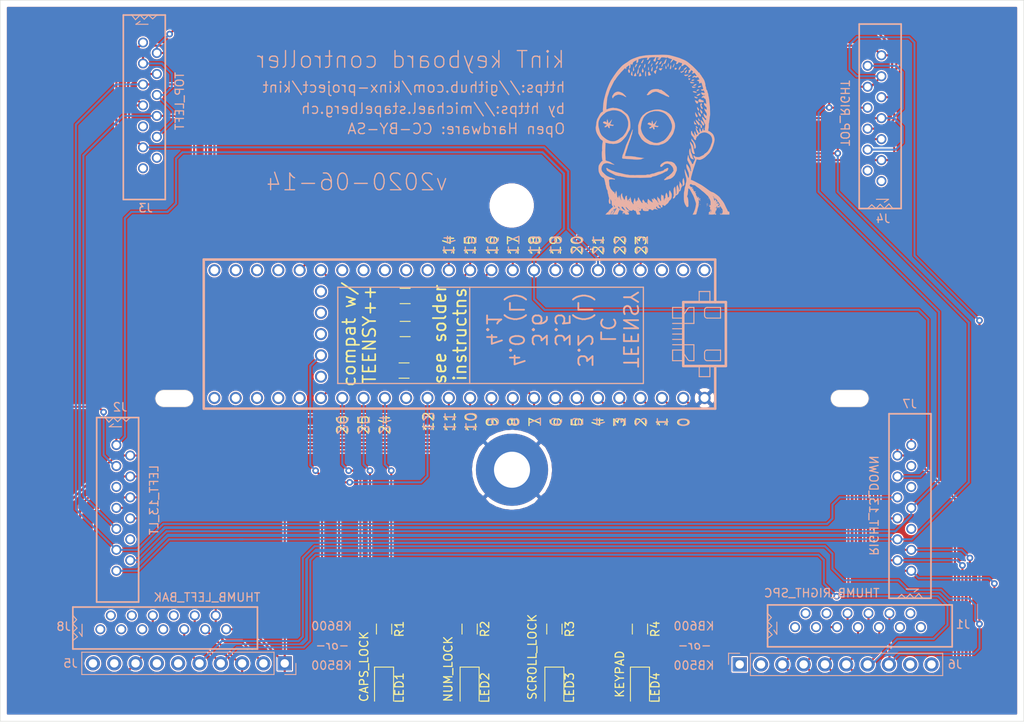
<source format=kicad_pcb>
(kicad_pcb (version 20171130) (host pcbnew 5.1.6)
  (layers (0 F.Cu signal) (31 B.Cu signal) (34 B.Paste user) (35 F.Paste user) (36 B.SilkS user) (37 F.SilkS user) (38 B.Mask user) (39 F.Mask user) (44 Edge.Cuts user))
  (net 0 "")
  (net 1 /ROW_2)
  (net 2 /ROW_3)
  (net 3 /ROW_4)
  (net 4 /ROW_5)
  (net 5 /ROW_6)
  (net 6 /ROW_8)
  (net 7 /ROW_7)
  (net 8 /ROW_9)
  (net 9 "Net-(U1-PadRESET)")
  (net 10 "Net-(U1-PadPROG)")
  (net 11 "Net-(U1-PadGND3)")
  (net 12 "Net-(U1-PadVBAT)")
  (net 13 "Net-(U1-PadA22/DAC1)")
  (net 14 "Net-(U1-Pad21/DAC0)")
  (net 15 "Net-(U1-Pad39/A20)")
  (net 16 /ROW_ESC)
  (net 17 /ROW_F1)
  (net 18 /ROW_F2)
  (net 19 "Net-(U1-Pad35/A16)")
  (net 20 "Net-(U1-Pad34/A15)")
  (net 21 "Net-(U1-Pad33/A14)")
  (net 22 /ROW_1)
  (net 23 /ROW_EQL)
  (net 24 "Net-(U1-PadGND2)")
  (net 25 /3V3)
  (net 26 "Net-(U1-PadVIN)")
  (net 27 "Net-(U1-PadAGND)")
  (net 28 "Net-(U1-Pad3V3_LO)")
  (net 29 "Net-(U1-Pad13/SCK)")
  (net 30 /ROW_MIN)
  (net 31 /ROW_0)
  (net 32 GND)
  (net 33 /COL_3)
  (net 34 "Net-(J2-Pad10)")
  (net 35 /COL_4)
  (net 36 /COL_2)
  (net 37 /COL_1)
  (net 38 "Net-(J2-Pad5)")
  (net 39 /COL_0)
  (net 40 "Net-(J3-Pad12)")
  (net 41 "Net-(J3-Pad13)")
  (net 42 "Net-(J3-Pad9)")
  (net 43 /COL_5)
  (net 44 "Net-(J5-Pad10)")
  (net 45 "Net-(J5-Pad9)")
  (net 46 "Net-(J5-Pad7)")
  (net 47 "Net-(J5-Pad6)")
  (net 48 /COL_6)
  (net 49 "Net-(J6-Pad10)")
  (net 50 "Net-(J6-Pad9)")
  (net 51 "Net-(J6-Pad2)")
  (net 52 "Net-(J6-Pad1)")
  (net 53 "Net-(J7-Pad9)")
  (net 54 "Net-(LED1-Pad1)")
  (net 55 "Net-(LED2-Pad1)")
  (net 56 "Net-(LED3-Pad1)")
  (net 57 "Net-(LED4-Pad1)")
  (net 58 /LED_CAPS_LOCK)
  (net 59 /LED_NUM_LOCK)
  (net 60 /LED_SCROLL_LOCK)
  (net 61 /LED_KEYPAD)
  (net 62 "Net-(U1-Pad36/A17)")
  (net 63 "Net-(U1-Pad32/A13)")
  (net 64 "Net-(U1-Pad31/A12)")
  (net 65 "Net-(U1-Pad30)")
  (net 66 "Net-(U1-Pad29)")
  (net 67 "Net-(U1-Pad28)")
  (net 68 "Net-(U1-Pad3V3)")
  (net 69 "Net-(J4-Pad2)")
  (net 70 "Net-(J4-Pad1)")
  (net 71 "Net-(J7-Pad11)")
  (net 72 "Net-(J7-Pad5)")
  (net 73 "Net-(R5-Pad2)")
  (net 74 "Net-(R6-Pad2)")
  (net 75 "Net-(R7-Pad1)")
  (net 76 "Net-(J1-Pad12)")
  (net 77 "Net-(J1-Pad4)")
  (net 78 "Net-(J1-Pad2)")
  (net 79 "Net-(J1-Pad13)")
  (net 80 "Net-(J1-Pad11)")
  (net 81 "Net-(J1-Pad3)")
  (net 82 "Net-(J1-Pad1)")
  (net 83 "Net-(J8-Pad8)")
  (net 84 "Net-(J8-Pad4)")
  (net 85 "Net-(J8-Pad2)")
  (net 86 "Net-(J8-Pad7)")
  (net 87 "Net-(J8-Pad5)")
  (net 88 "Net-(J8-Pad3)")
  (net 89 "Net-(J8-Pad1)")
  (module kinx:logo (layer B.Cu) (at 166.243 77.851 180)
    (fp_text reference G*** hide)
    (fp_text value LOGO hide)
  )
  (module kinx:39-53-2135 (layer B.Cu) (at 106.934 137.033)
    (fp_text reference J8 (at -12.827 0.254 180) (layer B.SilkS) (effects (justify right bottom mirror)))
    (fp_text value THUMB_LEFT_BAK_KB600 hide)
    (pad 12 thru_hole circle (at 6.25 -1.65) (size 1.2 1.2) (drill 0.8) (layers *.Cu *.Mask) (net 1 /ROW_2))
    (pad 10 thru_hole circle (at 3.75 -1.65) (size 1.2 1.2) (drill 0.8) (layers *.Cu *.Mask) (net 48 /COL_6))
    (pad 8 thru_hole circle (at 1.25 -1.65) (size 1.2 1.2) (drill 0.8) (layers *.Cu *.Mask) (net 83 "Net-(J8-Pad8)"))
    (pad 6 thru_hole circle (at -1.25 -1.65) (size 1.2 1.2) (drill 0.8) (layers *.Cu *.Mask) (net 2 /ROW_3))
    (pad 4 thru_hole circle (at -3.75 -1.65) (size 1.2 1.2) (drill 0.8) (layers *.Cu *.Mask) (net 84 "Net-(J8-Pad4)"))
    (pad 2 thru_hole circle (at -6.25 -1.65) (size 1.2 1.2) (drill 0.8) (layers *.Cu *.Mask) (net 85 "Net-(J8-Pad2)"))
    (pad 13 thru_hole circle (at 7.5 0) (size 1.2 1.2) (drill 0.8) (layers *.Cu *.Mask) (net 3 /ROW_4))
    (pad 11 thru_hole circle (at 5 0) (size 1.2 1.2) (drill 0.8) (layers *.Cu *.Mask) (net 4 /ROW_5))
    (pad 9 thru_hole circle (at 2.5 0) (size 1.2 1.2) (drill 0.8) (layers *.Cu *.Mask) (net 43 /COL_5))
    (pad 7 thru_hole circle (at 0 0) (size 1.2 1.2) (drill 0.8) (layers *.Cu *.Mask) (net 86 "Net-(J8-Pad7)"))
    (pad 5 thru_hole circle (at -2.5 0) (size 1.2 1.2) (drill 0.8) (layers *.Cu *.Mask) (net 87 "Net-(J8-Pad5)"))
    (pad 3 thru_hole circle (at -5 0) (size 1.2 1.2) (drill 0.8) (layers *.Cu *.Mask) (net 88 "Net-(J8-Pad3)"))
    (pad 1 thru_hole circle (at -7.5 0) (size 1.2 1.2) (drill 0.8) (layers *.Cu *.Mask) (net 89 "Net-(J8-Pad1)"))
  )
  (module kinx:39-53-2135 (layer B.Cu) (at 189.738 136.779)
    (fp_text reference J1 (at 11.557 0.254 180) (layer B.SilkS) (effects (justify right bottom mirror)))
    (fp_text value THUMB_RIGHT_SPC_KB600 hide)
    (pad 12 thru_hole circle (at 6.25 -1.65) (size 1.2 1.2) (drill 0.8) (layers *.Cu *.Mask) (net 76 "Net-(J1-Pad12)"))
    (pad 10 thru_hole circle (at 3.75 -1.65) (size 1.2 1.2) (drill 0.8) (layers *.Cu *.Mask) (net 43 /COL_5))
    (pad 8 thru_hole circle (at 1.25 -1.65) (size 1.2 1.2) (drill 0.8) (layers *.Cu *.Mask) (net 8 /ROW_9))
    (pad 6 thru_hole circle (at -1.25 -1.65) (size 1.2 1.2) (drill 0.8) (layers *.Cu *.Mask) (net 7 /ROW_7))
    (pad 4 thru_hole circle (at -3.75 -1.65) (size 1.2 1.2) (drill 0.8) (layers *.Cu *.Mask) (net 77 "Net-(J1-Pad4)"))
    (pad 2 thru_hole circle (at -6.25 -1.65) (size 1.2 1.2) (drill 0.8) (layers *.Cu *.Mask) (net 78 "Net-(J1-Pad2)"))
    (pad 13 thru_hole circle (at 7.5 0) (size 1.2 1.2) (drill 0.8) (layers *.Cu *.Mask) (net 79 "Net-(J1-Pad13)"))
    (pad 11 thru_hole circle (at 5 0) (size 1.2 1.2) (drill 0.8) (layers *.Cu *.Mask) (net 80 "Net-(J1-Pad11)"))
    (pad 9 thru_hole circle (at 2.5 0) (size 1.2 1.2) (drill 0.8) (layers *.Cu *.Mask) (net 48 /COL_6))
    (pad 7 thru_hole circle (at 0 0) (size 1.2 1.2) (drill 0.8) (layers *.Cu *.Mask) (net 6 /ROW_8))
    (pad 5 thru_hole circle (at -2.5 0) (size 1.2 1.2) (drill 0.8) (layers *.Cu *.Mask) (net 5 /ROW_6))
    (pad 3 thru_hole circle (at -5 0) (size 1.2 1.2) (drill 0.8) (layers *.Cu *.Mask) (net 81 "Net-(J1-Pad3)"))
    (pad 1 thru_hole circle (at -7.5 0) (size 1.2 1.2) (drill 0.8) (layers *.Cu *.Mask) (net 82 "Net-(J1-Pad1)"))
  )
  (module Resistor_SMD:R_1206_3216Metric_Pad1.42x1.75mm_HandSolder (layer F.Cu) (at 135.763 97.282)
    (fp_text reference R7 hide)
    (fp_text value 0)
    (pad 2 smd roundrect (at 1.4875 0) (size 1.425 1.75) (layers F.Cu F.Paste F.Mask) (roundrect_rratio 0.175439) (net 36 /COL_2))
    (pad 1 smd roundrect (at -1.4875 0) (size 1.425 1.75) (layers F.Cu F.Paste F.Mask) (roundrect_rratio 0.175439) (net 75 "Net-(R7-Pad1)"))
  )
  (module Resistor_SMD:R_1206_3216Metric_Pad1.42x1.75mm_HandSolder (layer F.Cu) (at 135.763 101.219 180)
    (fp_text reference R6 hide)
    (fp_text value 0)
    (pad 2 smd roundrect (at 1.4875 0 180) (size 1.425 1.75) (layers F.Cu F.Paste F.Mask) (roundrect_rratio 0.175439) (net 74 "Net-(R6-Pad2)"))
    (pad 1 smd roundrect (at -1.4875 0 180) (size 1.425 1.75) (layers F.Cu F.Paste F.Mask) (roundrect_rratio 0.175439) (net 4 /ROW_5))
  )
  (module Resistor_SMD:R_1206_3216Metric_Pad1.42x1.75mm_HandSolder (layer F.Cu) (at 135.636 106.172 180)
    (fp_text reference R5 hide)
    (fp_text value 0)
    (pad 2 smd roundrect (at 1.4875 0 180) (size 1.425 1.75) (layers F.Cu F.Paste F.Mask) (roundrect_rratio 0.175439) (net 73 "Net-(R5-Pad2)"))
    (pad 1 smd roundrect (at -1.4875 0 180) (size 1.425 1.75) (layers F.Cu F.Paste F.Mask) (roundrect_rratio 0.175439) (net 3 /ROW_4))
  )
  (module MountingHole:MountingHole_5mm (layer F.Cu) (at 148.463 86.487)
    (fp_text reference H2 hide)
    (fp_text value "mounting pad" hide)
    (pad 1 np_thru_hole circle (at 0 0) (size 5 5) (drill 5) (layers *.Cu *.Mask))
  )
  (module MountingHole:MountingHole_4.3mm_M4_Pad (layer F.Cu) (at 148.5011 118.0036)
    (fp_text reference H1 hide)
    (fp_text value "mounting pad" hide)
    (pad 1 thru_hole circle (at 0 0) (size 8.6 8.6) (drill 4.3) (layers *.Cu *.Mask) (net 32 GND))
  )
  (module Resistor_SMD:R_1206_3216Metric_Pad1.42x1.75mm_HandSolder (layer F.Cu) (at 163.7511 137.0036 270)
    (fp_text reference R4 (at 0 -1.82 90) (layer F.SilkS))
    (fp_text value 10K)
    (pad 2 smd roundrect (at 1.4875 0 270) (size 1.425 1.75) (layers F.Cu F.Paste F.Mask) (roundrect_rratio 0.175439) (net 57 "Net-(LED4-Pad1)"))
    (pad 1 smd roundrect (at -1.4875 0 270) (size 1.425 1.75) (layers F.Cu F.Paste F.Mask) (roundrect_rratio 0.175439) (net 61 /LED_KEYPAD))
  )
  (module Resistor_SMD:R_1206_3216Metric_Pad1.42x1.75mm_HandSolder (layer F.Cu) (at 153.5511 137.0036 270)
    (fp_text reference R3 (at 0 -1.82 90) (layer F.SilkS))
    (fp_text value 10K)
    (pad 2 smd roundrect (at 1.4875 0 270) (size 1.425 1.75) (layers F.Cu F.Paste F.Mask) (roundrect_rratio 0.175439) (net 56 "Net-(LED3-Pad1)"))
    (pad 1 smd roundrect (at -1.4875 0 270) (size 1.425 1.75) (layers F.Cu F.Paste F.Mask) (roundrect_rratio 0.175439) (net 60 /LED_SCROLL_LOCK))
  )
  (module Resistor_SMD:R_1206_3216Metric_Pad1.42x1.75mm_HandSolder (layer F.Cu) (at 143.4511 137.0036 270)
    (fp_text reference R2 (at 0 -1.82 90) (layer F.SilkS))
    (fp_text value 10K)
    (pad 2 smd roundrect (at 1.4875 0 270) (size 1.425 1.75) (layers F.Cu F.Paste F.Mask) (roundrect_rratio 0.175439) (net 55 "Net-(LED2-Pad1)"))
    (pad 1 smd roundrect (at -1.4875 0 270) (size 1.425 1.75) (layers F.Cu F.Paste F.Mask) (roundrect_rratio 0.175439) (net 59 /LED_NUM_LOCK))
  )
  (module Resistor_SMD:R_1206_3216Metric_Pad1.42x1.75mm_HandSolder (layer F.Cu) (at 133.2511 137.0036 270)
    (fp_text reference R1 (at 0 -1.82 90) (layer F.SilkS))
    (fp_text value 10K)
    (pad 2 smd roundrect (at 1.4875 0 270) (size 1.425 1.75) (layers F.Cu F.Paste F.Mask) (roundrect_rratio 0.175439) (net 54 "Net-(LED1-Pad1)"))
    (pad 1 smd roundrect (at -1.4875 0 270) (size 1.425 1.75) (layers F.Cu F.Paste F.Mask) (roundrect_rratio 0.175439) (net 58 /LED_CAPS_LOCK))
  )
  (module LED_SMD:LED_1206_3216Metric_Pad1.42x1.75mm_HandSolder (layer F.Cu) (at 163.7511 144.0036 270)
    (fp_text reference LED4 (at 0 -1.82 90) (layer F.SilkS))
    (fp_text value LEDSML1206)
    (pad 2 smd roundrect (at 1.4875 0 270) (size 1.425 1.75) (layers F.Cu F.Paste F.Mask) (roundrect_rratio 0.175439) (net 25 /3V3))
    (pad 1 smd roundrect (at -1.4875 0 270) (size 1.425 1.75) (layers F.Cu F.Paste F.Mask) (roundrect_rratio 0.175439) (net 57 "Net-(LED4-Pad1)"))
  )
  (module LED_SMD:LED_1206_3216Metric_Pad1.42x1.75mm_HandSolder (layer F.Cu) (at 153.5511 144.0036 270)
    (fp_text reference LED3 (at 0 -1.82 90) (layer F.SilkS))
    (fp_text value LEDSML1206)
    (pad 2 smd roundrect (at 1.4875 0 270) (size 1.425 1.75) (layers F.Cu F.Paste F.Mask) (roundrect_rratio 0.175439) (net 25 /3V3))
    (pad 1 smd roundrect (at -1.4875 0 270) (size 1.425 1.75) (layers F.Cu F.Paste F.Mask) (roundrect_rratio 0.175439) (net 56 "Net-(LED3-Pad1)"))
  )
  (module LED_SMD:LED_1206_3216Metric_Pad1.42x1.75mm_HandSolder (layer F.Cu) (at 143.4511 144.0036 270)
    (fp_text reference LED2 (at 0 -1.82 90) (layer F.SilkS))
    (fp_text value LEDSML1206)
    (pad 2 smd roundrect (at 1.4875 0 270) (size 1.425 1.75) (layers F.Cu F.Paste F.Mask) (roundrect_rratio 0.175439) (net 25 /3V3))
    (pad 1 smd roundrect (at -1.4875 0 270) (size 1.425 1.75) (layers F.Cu F.Paste F.Mask) (roundrect_rratio 0.175439) (net 55 "Net-(LED2-Pad1)"))
  )
  (module LED_SMD:LED_1206_3216Metric_Pad1.42x1.75mm_HandSolder (layer F.Cu) (at 133.2511 144.0036 270)
    (fp_text reference LED1 (at 0 -1.82 90) (layer F.SilkS))
    (fp_text value LEDSML1206)
    (pad 2 smd roundrect (at 1.4875 0 270) (size 1.425 1.75) (layers F.Cu F.Paste F.Mask) (roundrect_rratio 0.175439) (net 25 /3V3))
    (pad 1 smd roundrect (at -1.4875 0 270) (size 1.425 1.75) (layers F.Cu F.Paste F.Mask) (roundrect_rratio 0.175439) (net 54 "Net-(LED1-Pad1)"))
  )
  (module kinx:39-53-2135 (layer B.Cu) (at 196.088 122.555 90)
    (fp_text reference J7 (at 11.811 -1.143 unlocked) (layer B.SilkS) (effects (justify right bottom mirror)))
    (fp_text value RIGHT_13_DOWN (at 6.35 -5.08 270 unlocked) (layer B.SilkS) (effects (justify right bottom mirror)))
    (pad 12 thru_hole circle (at 6.25 -1.65 90) (size 1.2 1.2) (drill 0.8) (layers *.Cu *.Mask) (net 8 /ROW_9))
    (pad 10 thru_hole circle (at 3.75 -1.65 90) (size 1.2 1.2) (drill 0.8) (layers *.Cu *.Mask) (net 39 /COL_0))
    (pad 8 thru_hole circle (at 1.25 -1.65 90) (size 1.2 1.2) (drill 0.8) (layers *.Cu *.Mask) (net 36 /COL_2))
    (pad 6 thru_hole circle (at -1.25 -1.65 90) (size 1.2 1.2) (drill 0.8) (layers *.Cu *.Mask) (net 30 /ROW_MIN))
    (pad 4 thru_hole circle (at -3.75 -1.65 90) (size 1.2 1.2) (drill 0.8) (layers *.Cu *.Mask) (net 35 /COL_4))
    (pad 2 thru_hole circle (at -6.25 -1.65 90) (size 1.2 1.2) (drill 0.8) (layers *.Cu *.Mask) (net 6 /ROW_8))
    (pad 13 thru_hole circle (at 7.5 0 90) (size 1.2 1.2) (drill 0.8) (layers *.Cu *.Mask) (net 31 /ROW_0))
    (pad 11 thru_hole circle (at 5 0 90) (size 1.2 1.2) (drill 0.8) (layers *.Cu *.Mask) (net 71 "Net-(J7-Pad11)"))
    (pad 9 thru_hole circle (at 2.5 0 90) (size 1.2 1.2) (drill 0.8) (layers *.Cu *.Mask) (net 53 "Net-(J7-Pad9)"))
    (pad 7 thru_hole circle (at 0 0 90) (size 1.2 1.2) (drill 0.8) (layers *.Cu *.Mask) (net 33 /COL_3))
    (pad 5 thru_hole circle (at -2.5 0 90) (size 1.2 1.2) (drill 0.8) (layers *.Cu *.Mask) (net 72 "Net-(J7-Pad5)"))
    (pad 3 thru_hole circle (at -5 0 90) (size 1.2 1.2) (drill 0.8) (layers *.Cu *.Mask) (net 7 /ROW_7))
    (pad 1 thru_hole circle (at -7.5 0 90) (size 1.2 1.2) (drill 0.8) (layers *.Cu *.Mask) (net 5 /ROW_6))
  )
  (module Connector_PinHeader_2.54mm:PinHeader_1x10_P2.54mm_Vertical (layer B.Cu) (at 175.641 141.224 270)
    (fp_text reference J6 (at 0 -25.654 180) (layer B.SilkS) (effects (justify mirror)))
    (fp_text value THUMB_RIGHT_SPC (at -8.509 -9.779 unlocked) (layer B.SilkS) (effects (justify mirror)))
    (pad 10 thru_hole oval (at 0 -22.86 270) (size 1.7 1.7) (drill 1) (layers *.Cu *.Mask) (net 49 "Net-(J6-Pad10)"))
    (pad 9 thru_hole oval (at 0 -20.32 270) (size 1.7 1.7) (drill 1) (layers *.Cu *.Mask) (net 50 "Net-(J6-Pad9)"))
    (pad 8 thru_hole oval (at 0 -17.78 270) (size 1.7 1.7) (drill 1) (layers *.Cu *.Mask) (net 43 /COL_5))
    (pad 7 thru_hole oval (at 0 -15.24 270) (size 1.7 1.7) (drill 1) (layers *.Cu *.Mask) (net 48 /COL_6))
    (pad 6 thru_hole oval (at 0 -12.7 270) (size 1.7 1.7) (drill 1) (layers *.Cu *.Mask) (net 8 /ROW_9))
    (pad 5 thru_hole oval (at 0 -10.16 270) (size 1.7 1.7) (drill 1) (layers *.Cu *.Mask) (net 6 /ROW_8))
    (pad 4 thru_hole oval (at 0 -7.62 270) (size 1.7 1.7) (drill 1) (layers *.Cu *.Mask) (net 7 /ROW_7))
    (pad 3 thru_hole oval (at 0 -5.08 270) (size 1.7 1.7) (drill 1) (layers *.Cu *.Mask) (net 5 /ROW_6))
    (pad 2 thru_hole oval (at 0 -2.54 270) (size 1.7 1.7) (drill 1) (layers *.Cu *.Mask) (net 51 "Net-(J6-Pad2)"))
    (pad 1 thru_hole rect (at 0 0 270) (size 1.7 1.7) (drill 1) (layers *.Cu *.Mask) (net 52 "Net-(J6-Pad1)"))
  )
  (module Connector_PinHeader_2.54mm:PinHeader_1x10_P2.54mm_Vertical (layer B.Cu) (at 121.412 141.097 90)
    (fp_text reference J5 (at 0 -25.527 180) (layer B.SilkS) (effects (justify mirror)))
    (fp_text value THUMB_LEFT_BAK (at 7.874 -9.271 unlocked) (layer B.SilkS) (effects (justify mirror)))
    (pad 10 thru_hole oval (at 0 -22.86 90) (size 1.7 1.7) (drill 1) (layers *.Cu *.Mask) (net 44 "Net-(J5-Pad10)"))
    (pad 9 thru_hole oval (at 0 -20.32 90) (size 1.7 1.7) (drill 1) (layers *.Cu *.Mask) (net 45 "Net-(J5-Pad9)"))
    (pad 8 thru_hole oval (at 0 -17.78 90) (size 1.7 1.7) (drill 1) (layers *.Cu *.Mask) (net 2 /ROW_3))
    (pad 7 thru_hole oval (at 0 -15.24 90) (size 1.7 1.7) (drill 1) (layers *.Cu *.Mask) (net 46 "Net-(J5-Pad7)"))
    (pad 6 thru_hole oval (at 0 -12.7 90) (size 1.7 1.7) (drill 1) (layers *.Cu *.Mask) (net 47 "Net-(J5-Pad6)"))
    (pad 5 thru_hole oval (at 0 -10.16 90) (size 1.7 1.7) (drill 1) (layers *.Cu *.Mask) (net 43 /COL_5))
    (pad 4 thru_hole oval (at 0 -7.62 90) (size 1.7 1.7) (drill 1) (layers *.Cu *.Mask) (net 48 /COL_6))
    (pad 3 thru_hole oval (at 0 -5.08 90) (size 1.7 1.7) (drill 1) (layers *.Cu *.Mask) (net 4 /ROW_5))
    (pad 2 thru_hole oval (at 0 -2.54 90) (size 1.7 1.7) (drill 1) (layers *.Cu *.Mask) (net 1 /ROW_2))
    (pad 1 thru_hole rect (at 0 0 90) (size 1.7 1.7) (drill 1) (layers *.Cu *.Mask) (net 3 /ROW_4))
  )
  (module kinx:39-53-2135 (layer B.Cu) (at 192.532 76.073 90)
    (fp_text reference J4 (at -12.573 1.143 180) (layer B.SilkS) (effects (justify left bottom mirror)))
    (fp_text value TOP_RIGHT (at -3.429 -4.953 270 unlocked) (layer B.SilkS) (effects (justify left bottom mirror)))
    (pad 12 thru_hole circle (at 6.25 -1.65 90) (size 1.2 1.2) (drill 0.8) (layers *.Cu *.Mask) (net 18 /ROW_F2))
    (pad 10 thru_hole circle (at 3.75 -1.65 90) (size 1.2 1.2) (drill 0.8) (layers *.Cu *.Mask) (net 43 /COL_5))
    (pad 8 thru_hole circle (at 1.25 -1.65 90) (size 1.2 1.2) (drill 0.8) (layers *.Cu *.Mask) (net 33 /COL_3))
    (pad 6 thru_hole circle (at -1.25 -1.65 90) (size 1.2 1.2) (drill 0.8) (layers *.Cu *.Mask) (net 17 /ROW_F1))
    (pad 4 thru_hole circle (at -3.75 -1.65 90) (size 1.2 1.2) (drill 0.8) (layers *.Cu *.Mask) (net 18 /ROW_F2))
    (pad 2 thru_hole circle (at -6.25 -1.65 90) (size 1.2 1.2) (drill 0.8) (layers *.Cu *.Mask) (net 69 "Net-(J4-Pad2)"))
    (pad 13 thru_hole circle (at 7.5 0 90) (size 1.2 1.2) (drill 0.8) (layers *.Cu *.Mask) (net 17 /ROW_F1))
    (pad 11 thru_hole circle (at 5 0 90) (size 1.2 1.2) (drill 0.8) (layers *.Cu *.Mask) (net 43 /COL_5))
    (pad 9 thru_hole circle (at 2.5 0 90) (size 1.2 1.2) (drill 0.8) (layers *.Cu *.Mask) (net 16 /ROW_ESC))
    (pad 7 thru_hole circle (at 0 0 90) (size 1.2 1.2) (drill 0.8) (layers *.Cu *.Mask) (net 18 /ROW_F2))
    (pad 5 thru_hole circle (at -2.5 0 90) (size 1.2 1.2) (drill 0.8) (layers *.Cu *.Mask) (net 35 /COL_4))
    (pad 3 thru_hole circle (at -5 0 90) (size 1.2 1.2) (drill 0.8) (layers *.Cu *.Mask) (net 17 /ROW_F1))
    (pad 1 thru_hole circle (at -7.5 0 90) (size 1.2 1.2) (drill 0.8) (layers *.Cu *.Mask) (net 70 "Net-(J4-Pad1)"))
  )
  (module kinx:39-53-2135 (layer B.Cu) (at 104.521 74.549 270)
    (fp_text reference J3 (at 12.827 -1.27 unlocked) (layer B.SilkS) (effects (justify left bottom mirror)))
    (fp_text value TOP_LEFT (at -4.064 -4.953 90 unlocked) (layer B.SilkS) (effects (justify left bottom mirror)))
    (pad 12 thru_hole circle (at 6.25 -1.65 270) (size 1.2 1.2) (drill 0.8) (layers *.Cu *.Mask) (net 40 "Net-(J3-Pad12)"))
    (pad 10 thru_hole circle (at 3.75 -1.65 270) (size 1.2 1.2) (drill 0.8) (layers *.Cu *.Mask) (net 17 /ROW_F1))
    (pad 8 thru_hole circle (at 1.25 -1.65 270) (size 1.2 1.2) (drill 0.8) (layers *.Cu *.Mask) (net 37 /COL_1))
    (pad 6 thru_hole circle (at -1.25 -1.65 270) (size 1.2 1.2) (drill 0.8) (layers *.Cu *.Mask) (net 17 /ROW_F1))
    (pad 4 thru_hole circle (at -3.75 -1.65 270) (size 1.2 1.2) (drill 0.8) (layers *.Cu *.Mask) (net 18 /ROW_F2))
    (pad 2 thru_hole circle (at -6.25 -1.65 270) (size 1.2 1.2) (drill 0.8) (layers *.Cu *.Mask) (net 16 /ROW_ESC))
    (pad 13 thru_hole circle (at 7.5 0 270) (size 1.2 1.2) (drill 0.8) (layers *.Cu *.Mask) (net 41 "Net-(J3-Pad13)"))
    (pad 11 thru_hole circle (at 5 0 270) (size 1.2 1.2) (drill 0.8) (layers *.Cu *.Mask) (net 18 /ROW_F2))
    (pad 9 thru_hole circle (at 2.5 0 270) (size 1.2 1.2) (drill 0.8) (layers *.Cu *.Mask) (net 42 "Net-(J3-Pad9)"))
    (pad 7 thru_hole circle (at 0 0 270) (size 1.2 1.2) (drill 0.8) (layers *.Cu *.Mask) (net 18 /ROW_F2))
    (pad 5 thru_hole circle (at -2.5 0 270) (size 1.2 1.2) (drill 0.8) (layers *.Cu *.Mask) (net 36 /COL_2))
    (pad 3 thru_hole circle (at -5 0 270) (size 1.2 1.2) (drill 0.8) (layers *.Cu *.Mask) (net 17 /ROW_F1))
    (pad 1 thru_hole circle (at -7.5 0 270) (size 1.2 1.2) (drill 0.8) (layers *.Cu *.Mask) (net 39 /COL_0))
  )
  (module kinx:39-53-2135 (layer B.Cu) (at 101.346 122.555 270)
    (fp_text reference J2 (at -11.43 -1.397 unlocked) (layer B.SilkS) (effects (justify left bottom mirror)))
    (fp_text value LEFT_13_LT (at -5.207 -5.08 90 unlocked) (layer B.SilkS) (effects (justify left bottom mirror)))
    (pad 12 thru_hole circle (at 6.25 -1.65 270) (size 1.2 1.2) (drill 0.8) (layers *.Cu *.Mask) (net 33 /COL_3))
    (pad 10 thru_hole circle (at 3.75 -1.65 270) (size 1.2 1.2) (drill 0.8) (layers *.Cu *.Mask) (net 34 "Net-(J2-Pad10)"))
    (pad 8 thru_hole circle (at 1.25 -1.65 270) (size 1.2 1.2) (drill 0.8) (layers *.Cu *.Mask) (net 23 /ROW_EQL))
    (pad 6 thru_hole circle (at -1.25 -1.65 270) (size 1.2 1.2) (drill 0.8) (layers *.Cu *.Mask) (net 1 /ROW_2))
    (pad 4 thru_hole circle (at -3.75 -1.65 270) (size 1.2 1.2) (drill 0.8) (layers *.Cu *.Mask) (net 2 /ROW_3))
    (pad 2 thru_hole circle (at -6.25 -1.65 270) (size 1.2 1.2) (drill 0.8) (layers *.Cu *.Mask) (net 4 /ROW_5))
    (pad 13 thru_hole circle (at 7.5 0 270) (size 1.2 1.2) (drill 0.8) (layers *.Cu *.Mask) (net 35 /COL_4))
    (pad 11 thru_hole circle (at 5 0 270) (size 1.2 1.2) (drill 0.8) (layers *.Cu *.Mask) (net 36 /COL_2))
    (pad 9 thru_hole circle (at 2.5 0 270) (size 1.2 1.2) (drill 0.8) (layers *.Cu *.Mask) (net 37 /COL_1))
    (pad 7 thru_hole circle (at 0 0 270) (size 1.2 1.2) (drill 0.8) (layers *.Cu *.Mask) (net 22 /ROW_1))
    (pad 5 thru_hole circle (at -2.5 0 270) (size 1.2 1.2) (drill 0.8) (layers *.Cu *.Mask) (net 38 "Net-(J2-Pad5)"))
    (pad 3 thru_hole circle (at -5 0 270) (size 1.2 1.2) (drill 0.8) (layers *.Cu *.Mask) (net 3 /ROW_4))
    (pad 1 thru_hole circle (at -7.5 0 270) (size 1.2 1.2) (drill 0.8) (layers *.Cu *.Mask) (net 39 /COL_0))
  )
  (module kinx:TEENSY_3.5_3.6 (layer B.Cu) (at 143.51 101.8236 180)
    (fp_text reference U1 hide)
    (fp_text value TEENSY_3.5_3.6 hide)
    (fp_text user "see solder\ninstructns" (at 2.413 -0.0254 90 unlocked) (layer F.SilkS) (effects (font (size 1.5 1.5) (thickness 0.21336))))
    (fp_text user "compat w/\nTEENSY++" (at 13.208 -0.0254 90 unlocked) (layer F.SilkS) (effects (font (size 1.5 1.5) (thickness 0.2))))
    (fp_text user 23 (at -20.3708 10.5918 90 unlocked) (layer F.SilkS) (effects (font (size 1.25 1.25))))
    (fp_text user 22 (at -17.8562 10.5918 90 unlocked) (layer F.SilkS) (effects (font (size 1.25 1.25))))
    (fp_text user 21 (at -15.2654 10.5918 90 unlocked) (layer F.SilkS) (effects (font (size 1.25 1.25))))
    (fp_text user 20 (at -12.7254 10.5918 90 unlocked) (layer F.SilkS) (effects (font (size 1.25 1.25))))
    (fp_text user 19 (at -10.1854 10.5918 90 unlocked) (layer F.SilkS) (effects (font (size 1.25 1.25))))
    (fp_text user 18 (at -7.6708 10.5918 90 unlocked) (layer F.SilkS) (effects (font (size 1.25 1.25))))
    (fp_text user 17 (at -5.1308 10.5918 90 unlocked) (layer F.SilkS) (effects (font (size 1.25 1.25))))
    (fp_text user 16 (at -2.6162 10.5918 90 unlocked) (layer F.SilkS) (effects (font (size 1.25 1.25))))
    (fp_text user 15 (at 0 10.5918 90 unlocked) (layer F.SilkS) (effects (font (size 1.25 1.25))))
    (fp_text user 14 (at 2.54 10.5918 90 unlocked) (layer F.SilkS) (effects (font (size 1.25 1.25))))
    (fp_text user 26 (at 15.24 -10.8204 90 unlocked) (layer F.SilkS) (effects (font (size 1.25 1.25))))
    (fp_text user 25 (at 12.7 -10.8204 90 unlocked) (layer F.SilkS) (effects (font (size 1.25 1.25))))
    (fp_text user 24 (at 10.1854 -10.8204 90 unlocked) (layer F.SilkS) (effects (font (size 1.25 1.25))))
    (fp_text user 12 (at 4.9784 -10.4394 90 unlocked) (layer F.SilkS) (effects (font (size 1.25 1.25))))
    (fp_text user 11 (at 2.4384 -10.4648 90 unlocked) (layer F.SilkS) (effects (font (size 1.25 1.25))))
    (fp_text user 10 (at -0.0762 -10.4902 90 unlocked) (layer F.SilkS) (effects (font (size 1.25 1.25))))
    (fp_text user 9 (at -2.6162 -10.4902 90 unlocked) (layer F.SilkS) (effects (font (size 1.25 1.25))))
    (fp_text user 8 (at -5.1308 -10.4902 90 unlocked) (layer F.SilkS) (effects (font (size 1.25 1.25))))
    (fp_text user 7 (at -7.6962 -10.4902 90 unlocked) (layer F.SilkS) (effects (font (size 1.25 1.25))))
    (fp_text user 6 (at -10.2108 -10.4902 90 unlocked) (layer F.SilkS) (effects (font (size 1.25 1.25))))
    (fp_text user 5 (at -12.7254 -10.4902 90 unlocked) (layer F.SilkS) (effects (font (size 1.25 1.25))))
    (fp_text user 4 (at -15.2654 -10.4902 90 unlocked) (layer F.SilkS) (effects (font (size 1.25 1.25))))
    (fp_text user 3 (at -17.8054 -10.4902 90 unlocked) (layer F.SilkS) (effects (font (size 1.25 1.25))))
    (fp_text user 2 (at -20.3454 -10.4902 90 unlocked) (layer F.SilkS) (effects (font (size 1.25 1.25))))
    (fp_text user 1 (at -22.8854 -10.4902 90 unlocked) (layer F.SilkS) (effects (font (size 1.25 1.25))))
    (fp_text user 0 (at -25.4254 -10.5156 90 unlocked) (layer F.SilkS) (effects (font (size 1.25 1.25)) (justify mirror)))
    (fp_text user 14 (at 2.54 10.6376 270 unlocked) (layer B.SilkS) (effects (font (size 1.25 1.25)) (justify mirror)))
    (fp_text user 15 (at 0 10.6376 270 unlocked) (layer B.SilkS) (effects (font (size 1.25 1.25)) (justify mirror)))
    (fp_text user 16 (at -2.667 10.6376 270 unlocked) (layer B.SilkS) (effects (font (size 1.25 1.25)) (justify mirror)))
    (fp_text user 17 (at -5.1308 10.6376 270 unlocked) (layer B.SilkS) (effects (font (size 1.25 1.25)) (justify mirror)))
    (fp_text user 18 (at -7.747 10.6376 270 unlocked) (layer B.SilkS) (effects (font (size 1.25 1.25)) (justify mirror)))
    (fp_text user 19 (at -10.1854 10.6376 270 unlocked) (layer B.SilkS) (effects (font (size 1.25 1.25)) (justify mirror)))
    (fp_text user 20 (at -12.7254 10.6376 270 unlocked) (layer B.SilkS) (effects (font (size 1.25 1.25)) (justify mirror)))
    (fp_text user 21 (at -15.2654 10.6376 270 unlocked) (layer B.SilkS) (effects (font (size 1.25 1.25)) (justify mirror)))
    (fp_text user 22 (at -17.8562 10.6376 270 unlocked) (layer B.SilkS) (effects (font (size 1.25 1.25)) (justify mirror)))
    (fp_text user 23 (at -20.447 10.6376 270 unlocked) (layer B.SilkS) (effects (font (size 1.25 1.25)) (justify mirror)))
    (fp_text user 26 (at 15.24 -10.8204 270 unlocked) (layer B.SilkS) (effects (font (size 1.25 1.25)) (justify mirror)))
    (fp_text user 25 (at 12.7 -10.8204 270 unlocked) (layer B.SilkS) (effects (font (size 1.25 1.25)) (justify mirror)))
    (fp_text user 12 (at 4.9784 -10.4394 270 unlocked) (layer B.SilkS) (effects (font (size 1.25 1.25)) (justify mirror)))
    (fp_text user 11 (at 2.413 -10.4648 270 unlocked) (layer B.SilkS) (effects (font (size 1.25 1.25)) (justify mirror)))
    (fp_text user 10 (at -0.0762 -10.4444 270 unlocked) (layer B.SilkS) (effects (font (size 1.25 1.25)) (justify mirror)))
    (fp_text user 9 (at -2.667 -10.4444 270 unlocked) (layer B.SilkS) (effects (font (size 1.25 1.25)) (justify mirror)))
    (fp_text user 8 (at -5.1308 -10.4444 270 unlocked) (layer B.SilkS) (effects (font (size 1.25 1.25)) (justify mirror)))
    (fp_text user 7 (at -7.6962 -10.4444 270 unlocked) (layer B.SilkS) (effects (font (size 1.25 1.25)) (justify mirror)))
    (fp_text user 6 (at -10.2108 -10.4444 270 unlocked) (layer B.SilkS) (effects (font (size 1.25 1.25)) (justify mirror)))
    (fp_text user 5 (at -12.7254 -10.4444 270 unlocked) (layer B.SilkS) (effects (font (size 1.25 1.25)) (justify mirror)))
    (fp_text user 4 (at -15.2654 -10.4444 270 unlocked) (layer B.SilkS) (effects (font (size 1.25 1.25)) (justify mirror)))
    (fp_text user 3 (at -17.8054 -10.4444 270 unlocked) (layer B.SilkS) (effects (font (size 1.25 1.25)) (justify mirror)))
    (fp_text user 2 (at -20.3454 -10.4444 270 unlocked) (layer B.SilkS) (effects (font (size 1.25 1.25)) (justify mirror)))
    (fp_text user 1 (at -22.8854 -10.4444 270 unlocked) (layer B.SilkS) (effects (font (size 1.25 1.25)) (justify mirror)))
    (fp_text user 24 (at 10.1854 -10.8204 270 unlocked) (layer B.SilkS) (effects (font (size 1.25 1.25)) (justify mirror)))
    (fp_text user 0 (at -25.4254 -10.5156 270 unlocked) (layer B.SilkS) (effects (font (size 1.25 1.25)) (justify mirror)))
    (fp_text user "TEENSY\nLC\n3.2 (L)\n3.5\n3.6\n4.0 (L)\n4.1" (at -10.9474 0.5334 270 unlocked) (layer B.SilkS) (effects (font (size 1.6891 1.6891) (thickness 0.21336)) (justify mirror)))
    (pad RESET thru_hole circle (at 17.78 5.08 180) (size 1.4478 1.4478) (drill 0.9652) (layers *.Cu *.Mask) (net 9 "Net-(U1-PadRESET)"))
    (pad 3V3_2 thru_hole circle (at 17.78 -2.54 180) (size 1.4478 1.4478) (drill 0.9652) (layers *.Cu *.Mask) (net 25 /3V3))
    (pad PROG thru_hole circle (at 17.78 2.54 180) (size 1.4478 1.4478) (drill 0.9652) (layers *.Cu *.Mask) (net 10 "Net-(U1-PadPROG)"))
    (pad GND3 thru_hole circle (at 17.78 0 180) (size 1.4478 1.4478) (drill 0.9652) (layers *.Cu *.Mask) (net 11 "Net-(U1-PadGND3)"))
    (pad VBAT thru_hole circle (at 17.78 -5.08 180) (size 1.4478 1.4478) (drill 0.9652) (layers *.Cu *.Mask) (net 12 "Net-(U1-PadVBAT)"))
    (pad A22/DAC1 thru_hole circle (at 10.16 7.62 180) (size 1.4478 1.4478) (drill 0.9652) (layers *.Cu *.Mask) (net 13 "Net-(U1-PadA22/DAC1)"))
    (pad 21/DAC0 thru_hole circle (at 12.7 7.62 180) (size 1.4478 1.4478) (drill 0.9652) (layers *.Cu *.Mask) (net 14 "Net-(U1-Pad21/DAC0)"))
    (pad 39/A20 thru_hole circle (at 15.24 7.62 180) (size 1.4478 1.4478) (drill 0.9652) (layers *.Cu *.Mask) (net 15 "Net-(U1-Pad39/A20)"))
    (pad 38/A19 thru_hole circle (at 17.78 7.62 180) (size 1.4478 1.4478) (drill 0.9652) (layers *.Cu *.Mask) (net 74 "Net-(R6-Pad2)"))
    (pad 37/A18 thru_hole circle (at 20.32 7.62 180) (size 1.4478 1.4478) (drill 0.9652) (layers *.Cu *.Mask) (net 75 "Net-(R7-Pad1)"))
    (pad 36/A17 thru_hole circle (at 22.86 7.62 180) (size 1.4478 1.4478) (drill 0.9652) (layers *.Cu *.Mask) (net 62 "Net-(U1-Pad36/A17)"))
    (pad 35/A16 thru_hole circle (at 25.4 7.62 180) (size 1.4478 1.4478) (drill 0.9652) (layers *.Cu *.Mask) (net 19 "Net-(U1-Pad35/A16)"))
    (pad 34/A15 thru_hole circle (at 27.94 7.62 180) (size 1.4478 1.4478) (drill 0.9652) (layers *.Cu *.Mask) (net 20 "Net-(U1-Pad34/A15)"))
    (pad 33/A14 thru_hole circle (at 30.48 7.62 180) (size 1.4478 1.4478) (drill 0.9652) (layers *.Cu *.Mask) (net 21 "Net-(U1-Pad33/A14)"))
    (pad 32/A13 thru_hole circle (at 30.48 -7.62 180) (size 1.4478 1.4478) (drill 0.9652) (layers *.Cu *.Mask) (net 63 "Net-(U1-Pad32/A13)"))
    (pad 31/A12 thru_hole circle (at 27.94 -7.62 180) (size 1.4478 1.4478) (drill 0.9652) (layers *.Cu *.Mask) (net 64 "Net-(U1-Pad31/A12)"))
    (pad 30 thru_hole circle (at 25.4 -7.62 180) (size 1.4478 1.4478) (drill 0.9652) (layers *.Cu *.Mask) (net 65 "Net-(U1-Pad30)"))
    (pad 29 thru_hole circle (at 22.86 -7.62 180) (size 1.4478 1.4478) (drill 0.9652) (layers *.Cu *.Mask) (net 66 "Net-(U1-Pad29)"))
    (pad 28 thru_hole circle (at 20.32 -7.62 180) (size 1.4478 1.4478) (drill 0.9652) (layers *.Cu *.Mask) (net 67 "Net-(U1-Pad28)"))
    (pad 27 thru_hole circle (at 17.78 -7.62 180) (size 1.4478 1.4478) (drill 0.9652) (layers *.Cu *.Mask) (net 73 "Net-(R5-Pad2)"))
    (pad 26 thru_hole circle (at 15.24 -7.62 180) (size 1.4478 1.4478) (drill 0.9652) (layers *.Cu *.Mask) (net 59 /LED_NUM_LOCK))
    (pad 25 thru_hole circle (at 12.7 -7.62 180) (size 1.4478 1.4478) (drill 0.9652) (layers *.Cu *.Mask) (net 60 /LED_SCROLL_LOCK))
    (pad 24 thru_hole circle (at 10.16 -7.62 180) (size 1.4478 1.4478) (drill 0.9652) (layers *.Cu *.Mask) (net 61 /LED_KEYPAD))
    (pad GND2 thru_hole circle (at 7.62 7.62 180) (size 1.4478 1.4478) (drill 0.9652) (layers *.Cu *.Mask) (net 24 "Net-(U1-PadGND2)"))
    (pad 3V3 thru_hole circle (at 7.62 -7.62 180) (size 1.4478 1.4478) (drill 0.9652) (layers *.Cu *.Mask) (net 68 "Net-(U1-Pad3V3)"))
    (pad VIN thru_hole circle (at -27.94 7.62 180) (size 1.4478 1.4478) (drill 0.9652) (layers *.Cu *.Mask) (net 26 "Net-(U1-PadVIN)"))
    (pad GND thru_hole circle (at -27.94 -7.62 180) (size 1.4478 1.4478) (drill 0.9652) (layers *.Cu *.Mask) (net 32 GND))
    (pad AGND thru_hole circle (at -25.4 7.62 180) (size 1.4478 1.4478) (drill 0.9652) (layers *.Cu *.Mask) (net 27 "Net-(U1-PadAGND)"))
    (pad 3V3_LO thru_hole circle (at -22.86 7.62 180) (size 1.4478 1.4478) (drill 0.9652) (layers *.Cu *.Mask) (net 28 "Net-(U1-Pad3V3_LO)"))
    (pad 0/RX thru_hole circle (at -25.4 -7.62 180) (size 1.4478 1.4478) (drill 0.9652) (layers *.Cu *.Mask) (net 31 /ROW_0))
    (pad 23/A9 thru_hole circle (at -20.32 7.62 180) (size 1.4478 1.4478) (drill 0.9652) (layers *.Cu *.Mask) (net 17 /ROW_F1))
    (pad 22/A8 thru_hole circle (at -17.78 7.62 180) (size 1.4478 1.4478) (drill 0.9652) (layers *.Cu *.Mask) (net 35 /COL_4))
    (pad 21/A7 thru_hole circle (at -15.24 7.62 180) (size 1.4478 1.4478) (drill 0.9652) (layers *.Cu *.Mask) (net 18 /ROW_F2))
    (pad 20/A6 thru_hole circle (at -12.7 7.62 180) (size 1.4478 1.4478) (drill 0.9652) (layers *.Cu *.Mask) (net 33 /COL_3))
    (pad 19/A5/SCL thru_hole circle (at -10.16 7.62 180) (size 1.4478 1.4478) (drill 0.9652) (layers *.Cu *.Mask) (net 43 /COL_5))
    (pad 18/A4/SDA thru_hole circle (at -7.62 7.62 180) (size 1.4478 1.4478) (drill 0.9652) (layers *.Cu *.Mask) (net 39 /COL_0))
    (pad 17/A3 thru_hole circle (at -5.08 7.62 180) (size 1.4478 1.4478) (drill 0.9652) (layers *.Cu *.Mask) (net 16 /ROW_ESC))
    (pad 16/A2 thru_hole circle (at -2.54 7.62 180) (size 1.4478 1.4478) (drill 0.9652) (layers *.Cu *.Mask) (net 4 /ROW_5))
    (pad 15/A1 thru_hole circle (at 0 7.62 180) (size 1.4478 1.4478) (drill 0.9652) (layers *.Cu *.Mask) (net 36 /COL_2))
    (pad 14/A0 thru_hole circle (at 2.54 7.62 180) (size 1.4478 1.4478) (drill 0.9652) (layers *.Cu *.Mask) (net 37 /COL_1))
    (pad 13/SCK thru_hole circle (at 5.08 7.62 180) (size 1.4478 1.4478) (drill 0.9652) (layers *.Cu *.Mask) (net 29 "Net-(U1-Pad13/SCK)"))
    (pad 12/MISO thru_hole circle (at 5.08 -7.62 180) (size 1.4478 1.4478) (drill 0.9652) (layers *.Cu *.Mask) (net 58 /LED_CAPS_LOCK))
    (pad 11/MOSI thru_hole circle (at 2.54 -7.62 180) (size 1.4478 1.4478) (drill 0.9652) (layers *.Cu *.Mask) (net 2 /ROW_3))
    (pad 10/CS thru_hole circle (at 0 -7.62 180) (size 1.4478 1.4478) (drill 0.9652) (layers *.Cu *.Mask) (net 1 /ROW_2))
    (pad 9/CS thru_hole circle (at -2.54 -7.62 180) (size 1.4478 1.4478) (drill 0.9652) (layers *.Cu *.Mask) (net 22 /ROW_1))
    (pad 8 thru_hole circle (at -5.08 -7.62 180) (size 1.4478 1.4478) (drill 0.9652) (layers *.Cu *.Mask) (net 23 /ROW_EQL))
    (pad 7 thru_hole circle (at -7.62 -7.62 180) (size 1.4478 1.4478) (drill 0.9652) (layers *.Cu *.Mask) (net 3 /ROW_4))
    (pad 6 thru_hole circle (at -10.16 -7.62 180) (size 1.4478 1.4478) (drill 0.9652) (layers *.Cu *.Mask) (net 48 /COL_6))
    (pad 5 thru_hole circle (at -12.7 -7.62 180) (size 1.4478 1.4478) (drill 0.9652) (layers *.Cu *.Mask) (net 5 /ROW_6))
    (pad 4/CANRX thru_hole circle (at -15.24 -7.62 180) (size 1.4478 1.4478) (drill 0.9652) (layers *.Cu *.Mask) (net 6 /ROW_8))
    (pad 3/CANTX thru_hole circle (at -17.78 -7.62 180) (size 1.4478 1.4478) (drill 0.9652) (layers *.Cu *.Mask) (net 7 /ROW_7))
    (pad 2 thru_hole circle (at -20.32 -7.62 180) (size 1.4478 1.4478) (drill 0.9652) (layers *.Cu *.Mask) (net 30 /ROW_MIN))
    (pad 1/TX thru_hole circle (at -22.86 -7.62 180) (size 1.4478 1.4478) (drill 0.9652) (layers *.Cu *.Mask) (net 8 /ROW_9))
  )
  (gr_text "Open Hardware: CC-BY-SA" (at 154.94 77.343) (layer B.SilkS) (effects (font (size 1.25 1.25)) (justify left mirror)))
  (gr_text -or- (at 127.127 138.938) (layer B.SilkS) (effects (font (size 1 1) (thickness 0.15) italic) (justify mirror)))
  (gr_text KB500 (at 127 141.351) (layer B.SilkS) (effects (font (size 1 1)) (justify mirror)))
  (gr_text KB600 (at 127 136.652) (layer B.SilkS) (effects (font (size 1 1)) (justify mirror)))
  (gr_text -or- (at 170.307 138.938) (layer B.SilkS) (effects (font (size 1 1) (thickness 0.15) italic) (justify mirror)))
  (gr_text KB500 (at 170.18 141.351) (layer B.SilkS) (effects (font (size 1 1)) (justify mirror)))
  (gr_text KB600 (at 170.18 136.652) (layer B.SilkS) (effects (font (size 1 1)) (justify mirror)))
  (gr_text "kinT keyboard controller" (at 154.94 69.088) (layer B.SilkS) (effects (font (size 2 2)) (justify left mirror)))
  (gr_text v2020-06-14 (at 140.97 83.693) (layer B.SilkS) (effects (font (size 2 2)) (justify left mirror)))
  (gr_text "by https://michael.stapelberg.ch" (at 154.94 74.93) (layer B.SilkS) (effects (font (size 1.25 1.25)) (justify left mirror)))
  (gr_text https://github.com/kinx-project/kint (at 154.94 72.39) (layer B.SilkS) (effects (font (size 1.25 1.25)) (justify left mirror)))
  (gr_line (start 87.5011 148.0036) (end 209.5011 148.0036) (layer Edge.Cuts) (width 0.05))
  (gr_line (start 209.5011 148.0036) (end 209.5011 62.0036) (layer Edge.Cuts) (width 0.05))
  (gr_line (start 209.5011 62.0036) (end 87.5011 62.0036) (layer Edge.Cuts) (width 0.05))
  (gr_line (start 87.5011 62.0036) (end 87.5011 148.0036) (layer Edge.Cuts) (width 0.05))
  (gr_line (start 107.0011 110.5036) (end 109.5011 110.5036) (layer Edge.Cuts) (width 0.05))
  (gr_line (start 187.5011 110.5036) (end 190.0011 110.5036) (layer Edge.Cuts) (width 0.05))
  (gr_line (start 107.0011 108.5036) (end 109.5011 108.5036) (layer Edge.Cuts) (width 0.05))
  (gr_line (start 187.5011 108.5036) (end 190.0011 108.5036) (layer Edge.Cuts) (width 0.05))
  (gr_arc (start 107.0011 109.5036) (end 106.0011 109.5036) (angle 90) (layer Edge.Cuts) (width 0.05))
  (gr_arc (start 107.0011 109.5036) (end 107.0011 110.5036) (angle 90) (layer Edge.Cuts) (width 0.05))
  (gr_arc (start 109.5011 109.5036) (end 110.5011 109.5036) (angle 90) (layer Edge.Cuts) (width 0.05))
  (gr_arc (start 109.5011 109.5036) (end 109.5011 108.5036) (angle 90) (layer Edge.Cuts) (width 0.05))
  (gr_arc (start 187.5011 109.5036) (end 186.5011 109.5036) (angle 90) (layer Edge.Cuts) (width 0.05))
  (gr_arc (start 187.5011 109.5036) (end 187.5011 110.5036) (angle 90) (layer Edge.Cuts) (width 0.05))
  (gr_arc (start 190.0011 109.5036) (end 191.0011 109.5036) (angle 90) (layer Edge.Cuts) (width 0.05))
  (gr_arc (start 190.0011 109.5036) (end 190.0011 108.5036) (angle 90) (layer Edge.Cuts) (width 0.05))
  (gr_text CAPS_LOCK (at 131.445 145.796 90) (layer F.SilkS) (effects (font (size 1 1)) (justify left bottom)))
  (gr_text NUM_LOCK (at 141.478 145.796 90) (layer F.SilkS) (effects (font (size 1 1)) (justify left bottom)))
  (gr_text SCROLL_LOCK (at 151.5011 145.542 90) (layer F.SilkS) (effects (font (size 1 1)) (justify left bottom)))
  (gr_text KEYPAD (at 161.925 145.288 90) (layer F.SilkS) (effects (font (size 1 1)) (justify left bottom)))
  (segment (start 143.51 109.4436) (end 143.51 110.998) (width 0.25) (layer F.Cu) (net 1))
  (segment (start 143.51 110.998) (end 141.605 112.903) (width 0.25) (layer F.Cu) (net 1))
  (segment (start 141.605 112.903) (end 107.061 112.903) (width 0.25) (layer F.Cu) (net 1))
  (segment (start 107.061 112.903) (end 106.045 113.919) (width 0.25) (layer F.Cu) (net 1))
  (segment (start 106.045 113.919) (end 106.045 120.142) (width 0.25) (layer F.Cu) (net 1))
  (segment (start 104.882 121.305) (end 102.996 121.305) (width 0.25) (layer F.Cu) (net 1))
  (segment (start 106.045 120.142) (end 104.882 121.305) (width 0.25) (layer F.Cu) (net 1))
  (segment (start 102.996 121.305) (end 100.437 121.305) (width 0.25) (layer F.Cu) (net 1))
  (segment (start 100.437 121.305) (end 98.806 122.936) (width 0.25) (layer F.Cu) (net 1))
  (segment (start 98.806 122.936) (end 98.806 130.302) (width 0.25) (layer F.Cu) (net 1))
  (segment (start 98.806 130.302) (end 100.33 131.826) (width 0.25) (layer F.Cu) (net 1))
  (segment (start 100.33 131.826) (end 111.506 131.826) (width 0.25) (layer F.Cu) (net 1))
  (segment (start 113.184 133.504) (end 113.184 135.383) (width 0.25) (layer F.Cu) (net 1))
  (segment (start 111.506 131.826) (end 113.184 133.504) (width 0.25) (layer F.Cu) (net 1))
  (segment (start 113.184 135.383) (end 113.184 137.441) (width 0.25) (layer F.Cu) (net 1))
  (segment (start 113.184 137.441) (end 114.3 138.557) (width 0.25) (layer F.Cu) (net 1))
  (segment (start 116.332 138.557) (end 118.872 141.097) (width 0.25) (layer F.Cu) (net 1))
  (segment (start 114.3 138.557) (end 116.332 138.557) (width 0.25) (layer F.Cu) (net 1))
  (segment (start 140.97 109.4436) (end 140.97 110.617) (width 0.25) (layer F.Cu) (net 2))
  (segment (start 140.97 110.617) (end 140.081 111.506) (width 0.25) (layer F.Cu) (net 2))
  (segment (start 140.081 111.506) (end 106.299 111.506) (width 0.25) (layer F.Cu) (net 2))
  (segment (start 106.299 111.506) (end 105.41 112.395) (width 0.25) (layer F.Cu) (net 2))
  (segment (start 105.41 112.395) (end 105.41 118.11) (width 0.25) (layer F.Cu) (net 2))
  (segment (start 104.715 118.805) (end 102.996 118.805) (width 0.25) (layer F.Cu) (net 2))
  (segment (start 105.41 118.11) (end 104.715 118.805) (width 0.25) (layer F.Cu) (net 2))
  (segment (start 105.684 139.045) (end 103.632 141.097) (width 0.25) (layer F.Cu) (net 2))
  (segment (start 105.684 135.383) (end 105.684 139.045) (width 0.25) (layer F.Cu) (net 2))
  (segment (start 101.854 142.875) (end 103.632 141.097) (width 0.25) (layer F.Cu) (net 2))
  (segment (start 97.663 142.875) (end 101.854 142.875) (width 0.25) (layer F.Cu) (net 2))
  (segment (start 97.028 142.24) (end 97.663 142.875) (width 0.25) (layer F.Cu) (net 2))
  (segment (start 97.028 122.301) (end 97.028 142.24) (width 0.25) (layer F.Cu) (net 2))
  (segment (start 100.524 118.805) (end 97.028 122.301) (width 0.25) (layer F.Cu) (net 2))
  (segment (start 102.996 118.805) (end 100.524 118.805) (width 0.25) (layer F.Cu) (net 2))
  (segment (start 151.13 109.4436) (end 151.13 110.744) (width 0.25) (layer F.Cu) (net 3))
  (segment (start 151.13 110.744) (end 149.606 112.268) (width 0.25) (layer F.Cu) (net 3))
  (segment (start 149.606 112.268) (end 146.812 112.268) (width 0.25) (layer F.Cu) (net 3))
  (segment (start 146.812 112.268) (end 143.256 115.824) (width 0.25) (layer F.Cu) (net 3))
  (segment (start 143.256 115.824) (end 122.428 115.824) (width 0.25) (layer F.Cu) (net 3))
  (segment (start 121.412 116.84) (end 121.412 141.097) (width 0.25) (layer F.Cu) (net 3))
  (segment (start 122.428 115.824) (end 121.412 116.84) (width 0.25) (layer F.Cu) (net 3))
  (segment (start 101.346 117.555) (end 101.139 117.555) (width 0.25) (layer B.Cu) (net 3))
  (segment (start 101.139 117.555) (end 99.822 116.238) (width 0.25) (layer B.Cu) (net 3))
  (via (at 99.822 111.125) (size 0.8) (drill 0.4) (layers F.Cu B.Cu) (net 3))
  (segment (start 99.822 116.238) (end 99.822 111.125) (width 0.25) (layer B.Cu) (net 3))
  (segment (start 99.822 111.125) (end 99.187 110.49) (width 0.25) (layer F.Cu) (net 3))
  (segment (start 99.187 110.49) (end 94.107 110.49) (width 0.25) (layer F.Cu) (net 3))
  (segment (start 94.107 110.49) (end 93.345 111.252) (width 0.25) (layer F.Cu) (net 3))
  (segment (start 93.345 111.252) (end 93.345 142.24) (width 0.25) (layer F.Cu) (net 3))
  (segment (start 93.345 142.24) (end 95.885 144.78) (width 0.25) (layer F.Cu) (net 3))
  (segment (start 95.885 144.78) (end 120.396 144.78) (width 0.25) (layer F.Cu) (net 3))
  (segment (start 121.412 143.764) (end 121.412 141.097) (width 0.25) (layer F.Cu) (net 3))
  (segment (start 120.396 144.78) (end 121.412 143.764) (width 0.25) (layer F.Cu) (net 3))
  (segment (start 147.8584 106.172) (end 137.1235 106.172) (width 0.25) (layer F.Cu) (net 3))
  (segment (start 151.13 109.4436) (end 147.8584 106.172) (width 0.25) (layer F.Cu) (net 3))
  (segment (start 117.348 137.033) (end 121.412 141.097) (width 0.25) (layer F.Cu) (net 3))
  (segment (start 114.434 137.033) (end 117.348 137.033) (width 0.25) (layer F.Cu) (net 3))
  (segment (start 101.297446 116.305) (end 102.996 116.305) (width 0.25) (layer F.Cu) (net 4))
  (segment (start 94.996 122.606446) (end 101.297446 116.305) (width 0.25) (layer F.Cu) (net 4))
  (segment (start 104.167 116.305) (end 102.996 116.305) (width 0.25) (layer F.Cu) (net 4))
  (segment (start 104.648 115.824) (end 104.167 116.305) (width 0.25) (layer F.Cu) (net 4))
  (segment (start 104.648 104.013) (end 104.648 115.824) (width 0.25) (layer F.Cu) (net 4))
  (segment (start 139.0346 101.219) (end 137.2505 101.219) (width 0.25) (layer F.Cu) (net 4))
  (segment (start 146.05 94.2036) (end 139.0346 101.219) (width 0.25) (layer F.Cu) (net 4))
  (segment (start 137.2505 101.219) (end 137.2505 102.5255) (width 0.25) (layer F.Cu) (net 4))
  (segment (start 105.836099 102.824901) (end 105.3465 103.3145) (width 0.25) (layer F.Cu) (net 4))
  (segment (start 136.951099 102.824901) (end 105.836099 102.824901) (width 0.25) (layer F.Cu) (net 4))
  (segment (start 137.2505 102.5255) (end 136.951099 102.824901) (width 0.25) (layer F.Cu) (net 4))
  (segment (start 105.3465 103.3145) (end 104.648 104.013) (width 0.25) (layer F.Cu) (net 4))
  (segment (start 105.664 102.997) (end 105.3465 103.3145) (width 0.25) (layer F.Cu) (net 4))
  (segment (start 115.998 141.097) (end 116.332 141.097) (width 0.25) (layer F.Cu) (net 4))
  (segment (start 111.934 137.033) (end 115.998 141.097) (width 0.25) (layer F.Cu) (net 4))
  (segment (start 116.332 141.097) (end 116.332 143.129) (width 0.25) (layer F.Cu) (net 4))
  (segment (start 116.332 143.129) (end 115.697 143.764) (width 0.25) (layer F.Cu) (net 4))
  (segment (start 115.697 143.764) (end 97.409 143.764) (width 0.25) (layer F.Cu) (net 4))
  (segment (start 94.996 141.351) (end 94.996 122.606446) (width 0.25) (layer F.Cu) (net 4))
  (segment (start 97.409 143.764) (end 94.996 141.351) (width 0.25) (layer F.Cu) (net 4))
  (segment (start 190.126 130.055) (end 196.088 130.055) (width 0.25) (layer F.Cu) (net 5))
  (segment (start 189.484 129.413) (end 190.126 130.055) (width 0.25) (layer F.Cu) (net 5))
  (segment (start 189.484 116.332) (end 189.484 129.413) (width 0.25) (layer F.Cu) (net 5))
  (segment (start 188.849 115.697) (end 189.484 116.332) (width 0.25) (layer F.Cu) (net 5))
  (segment (start 162.4634 115.697) (end 188.849 115.697) (width 0.25) (layer F.Cu) (net 5))
  (segment (start 156.21 109.4436) (end 162.4634 115.697) (width 0.25) (layer F.Cu) (net 5))
  (segment (start 196.088 130.055) (end 196.97 130.937) (width 0.25) (layer B.Cu) (net 5))
  (segment (start 196.97 130.937) (end 205.359 130.937) (width 0.25) (layer B.Cu) (net 5))
  (via (at 205.994 131.572) (size 0.8) (drill 0.4) (layers F.Cu B.Cu) (net 5))
  (segment (start 205.359 130.937) (end 205.994 131.572) (width 0.25) (layer B.Cu) (net 5))
  (segment (start 205.994 131.572) (end 205.994 141.605) (width 0.25) (layer F.Cu) (net 5))
  (segment (start 205.994 141.605) (end 202.057 145.542) (width 0.25) (layer F.Cu) (net 5))
  (segment (start 185.039 145.542) (end 180.721 141.224) (width 0.25) (layer F.Cu) (net 5))
  (segment (start 202.057 145.542) (end 185.039 145.542) (width 0.25) (layer F.Cu) (net 5))
  (segment (start 186.389472 136.779) (end 184.738472 138.43) (width 0.25) (layer F.Cu) (net 5))
  (segment (start 187.238 136.779) (end 186.389472 136.779) (width 0.25) (layer F.Cu) (net 5))
  (segment (start 183.515 138.43) (end 180.721 141.224) (width 0.25) (layer F.Cu) (net 5))
  (segment (start 184.738472 138.43) (end 183.515 138.43) (width 0.25) (layer F.Cu) (net 5))
  (segment (start 158.75 109.4436) (end 164.1144 114.808) (width 0.25) (layer F.Cu) (net 6))
  (segment (start 164.1144 114.808) (end 189.865 114.808) (width 0.25) (layer F.Cu) (net 6))
  (segment (start 189.865 114.808) (end 190.5 115.443) (width 0.25) (layer F.Cu) (net 6))
  (segment (start 190.5 115.443) (end 190.5 127.254) (width 0.25) (layer F.Cu) (net 6))
  (segment (start 192.051 128.805) (end 194.438 128.805) (width 0.25) (layer F.Cu) (net 6))
  (segment (start 190.5 127.254) (end 192.051 128.805) (width 0.25) (layer F.Cu) (net 6))
  (segment (start 194.438 128.805) (end 201.576 128.805) (width 0.25) (layer B.Cu) (net 6))
  (via (at 202.184 129.413) (size 0.8) (drill 0.4) (layers F.Cu B.Cu) (net 6))
  (segment (start 201.576 128.805) (end 202.184 129.413) (width 0.25) (layer B.Cu) (net 6))
  (segment (start 188.468 143.891) (end 185.801 141.224) (width 0.25) (layer F.Cu) (net 6))
  (segment (start 201.295 143.891) (end 188.468 143.891) (width 0.25) (layer F.Cu) (net 6))
  (segment (start 202.184 143.002) (end 201.295 143.891) (width 0.25) (layer F.Cu) (net 6))
  (segment (start 202.184 129.413) (end 202.184 143.002) (width 0.25) (layer F.Cu) (net 6))
  (segment (start 189.738 136.779) (end 189.738 138.43) (width 0.25) (layer F.Cu) (net 6))
  (segment (start 189.738 138.43) (end 188.849 139.319) (width 0.25) (layer F.Cu) (net 6))
  (segment (start 187.706 139.319) (end 185.801 141.224) (width 0.25) (layer F.Cu) (net 6))
  (segment (start 188.849 139.319) (end 187.706 139.319) (width 0.25) (layer F.Cu) (net 6))
  (segment (start 161.29 109.4436) (end 165.7654 113.919) (width 0.25) (layer F.Cu) (net 7))
  (segment (start 165.7654 113.919) (end 190.627 113.919) (width 0.25) (layer F.Cu) (net 7))
  (segment (start 190.627 113.919) (end 191.389 114.681) (width 0.25) (layer F.Cu) (net 7))
  (segment (start 191.389 114.681) (end 191.389 126.492) (width 0.25) (layer F.Cu) (net 7))
  (segment (start 192.452 127.555) (end 196.088 127.555) (width 0.25) (layer F.Cu) (net 7))
  (segment (start 191.389 126.492) (end 192.452 127.555) (width 0.25) (layer F.Cu) (net 7))
  (segment (start 196.088 127.555) (end 202.104 127.555) (width 0.25) (layer B.Cu) (net 7))
  (via (at 203.073 128.524) (size 0.8) (drill 0.4) (layers F.Cu B.Cu) (net 7))
  (segment (start 202.104 127.555) (end 203.073 128.524) (width 0.25) (layer B.Cu) (net 7))
  (segment (start 203.073 128.524) (end 203.073 143.383) (width 0.25) (layer F.Cu) (net 7))
  (segment (start 203.073 143.383) (end 201.676 144.78) (width 0.25) (layer F.Cu) (net 7))
  (segment (start 186.817 144.78) (end 183.261 141.224) (width 0.25) (layer F.Cu) (net 7))
  (segment (start 201.676 144.78) (end 186.817 144.78) (width 0.25) (layer F.Cu) (net 7))
  (segment (start 188.488 135.129) (end 188.488 137.648) (width 0.25) (layer F.Cu) (net 7))
  (segment (start 188.488 137.648) (end 187.706 138.43) (width 0.25) (layer F.Cu) (net 7))
  (segment (start 186.055 138.43) (end 183.261 141.224) (width 0.25) (layer F.Cu) (net 7))
  (segment (start 187.706 138.43) (end 186.055 138.43) (width 0.25) (layer F.Cu) (net 7))
  (segment (start 188.341 141.224) (end 190.246 143.129) (width 0.25) (layer F.Cu) (net 8))
  (segment (start 190.246 143.129) (end 200.914 143.129) (width 0.25) (layer F.Cu) (net 8))
  (segment (start 200.914 143.129) (end 201.295 142.748) (width 0.25) (layer F.Cu) (net 8))
  (segment (start 196.136554 116.305) (end 194.438 116.305) (width 0.25) (layer F.Cu) (net 8))
  (segment (start 201.295 121.463446) (end 196.136554 116.305) (width 0.25) (layer F.Cu) (net 8))
  (segment (start 201.295 142.748) (end 201.295 121.463446) (width 0.25) (layer F.Cu) (net 8))
  (segment (start 166.37 109.4436) (end 169.0674 112.141) (width 0.25) (layer F.Cu) (net 8))
  (segment (start 169.0674 112.141) (end 193.675 112.141) (width 0.25) (layer F.Cu) (net 8))
  (segment (start 194.438 112.904) (end 194.438 116.305) (width 0.25) (layer F.Cu) (net 8))
  (segment (start 193.675 112.141) (end 194.438 112.904) (width 0.25) (layer F.Cu) (net 8))
  (segment (start 190.988 138.577) (end 188.341 141.224) (width 0.25) (layer F.Cu) (net 8))
  (segment (start 190.988 135.129) (end 190.988 138.577) (width 0.25) (layer F.Cu) (net 8))
  (segment (start 192.532 73.573) (end 193.635 73.573) (width 0.25) (layer F.Cu) (net 16))
  (segment (start 193.635 73.573) (end 194.31 72.898) (width 0.25) (layer F.Cu) (net 16))
  (segment (start 194.31 72.898) (end 194.31 68.072) (width 0.25) (layer F.Cu) (net 16))
  (segment (start 194.31 68.072) (end 191.516 65.278) (width 0.25) (layer F.Cu) (net 16))
  (via (at 107.696 66.04) (size 0.8) (drill 0.4) (layers F.Cu B.Cu) (net 16))
  (segment (start 148.59 94.2036) (end 148.59 92.964) (width 0.25) (layer F.Cu) (net 16))
  (segment (start 148.59 92.964) (end 147.955 92.329) (width 0.25) (layer F.Cu) (net 16))
  (segment (start 147.955 92.329) (end 144.907 92.329) (width 0.25) (layer F.Cu) (net 16))
  (segment (start 144.907 92.329) (end 142.24 89.662) (width 0.25) (layer F.Cu) (net 16))
  (segment (start 142.24 89.662) (end 113.538 89.662) (width 0.25) (layer F.Cu) (net 16))
  (segment (start 113.538 89.662) (end 113.03 89.154) (width 0.25) (layer F.Cu) (net 16))
  (segment (start 113.03 89.154) (end 113.03 69.596) (width 0.25) (layer F.Cu) (net 16))
  (segment (start 111.733 68.299) (end 106.171 68.299) (width 0.25) (layer F.Cu) (net 16))
  (segment (start 113.03 69.596) (end 111.733 68.299) (width 0.25) (layer F.Cu) (net 16))
  (segment (start 108.458 65.278) (end 107.696 66.04) (width 0.25) (layer F.Cu) (net 16))
  (segment (start 107.696 66.04) (end 106.172 67.564) (width 0.25) (layer B.Cu) (net 16))
  (segment (start 106.172 68.298) (end 106.171 68.299) (width 0.25) (layer B.Cu) (net 16))
  (segment (start 106.172 67.564) (end 106.172 68.298) (width 0.25) (layer B.Cu) (net 16))
  (segment (start 191.516 65.278) (end 189.865 65.278) (width 0.25) (layer F.Cu) (net 16))
  (segment (start 189.865 65.278) (end 108.458 65.278) (width 0.25) (layer F.Cu) (net 16))
  (segment (start 190.119 65.278) (end 189.865 65.278) (width 0.25) (layer F.Cu) (net 16))
  (segment (start 104.521 69.549) (end 106.76 69.549) (width 0.25) (layer B.Cu) (net 17))
  (segment (start 106.76 69.549) (end 107.95 70.739) (width 0.25) (layer B.Cu) (net 17))
  (segment (start 107.95 70.739) (end 107.95 72.39) (width 0.25) (layer B.Cu) (net 17))
  (segment (start 107.041 73.299) (end 106.171 73.299) (width 0.25) (layer B.Cu) (net 17))
  (segment (start 107.95 72.39) (end 107.041 73.299) (width 0.25) (layer B.Cu) (net 17))
  (segment (start 106.171 73.299) (end 108.077 75.205) (width 0.25) (layer B.Cu) (net 17))
  (segment (start 108.077 76.393) (end 106.171 78.299) (width 0.25) (layer B.Cu) (net 17))
  (segment (start 108.077 75.205) (end 108.077 76.393) (width 0.25) (layer B.Cu) (net 17))
  (segment (start 163.83 94.2036) (end 163.83 94.107) (width 0.25) (layer F.Cu) (net 17))
  (segment (start 163.83 94.2036) (end 163.83 92.964) (width 0.25) (layer F.Cu) (net 17))
  (segment (start 163.83 92.964) (end 164.846 91.948) (width 0.25) (layer F.Cu) (net 17))
  (segment (start 164.846 91.948) (end 178.181 91.948) (width 0.25) (layer F.Cu) (net 17))
  (segment (start 178.181 91.948) (end 178.816 91.313) (width 0.25) (layer F.Cu) (net 17))
  (segment (start 178.816 91.313) (end 178.816 82.423) (width 0.25) (layer F.Cu) (net 17))
  (segment (start 180.166 81.073) (end 192.532 81.073) (width 0.25) (layer F.Cu) (net 17))
  (segment (start 178.816 82.423) (end 180.166 81.073) (width 0.25) (layer F.Cu) (net 17))
  (segment (start 192.532 81.073) (end 193.628 81.073) (width 0.25) (layer F.Cu) (net 17))
  (segment (start 193.628 81.073) (end 194.056 80.645) (width 0.25) (layer F.Cu) (net 17))
  (segment (start 194.056 80.645) (end 194.056 78.486) (width 0.25) (layer F.Cu) (net 17))
  (segment (start 192.893 77.323) (end 190.882 77.323) (width 0.25) (layer F.Cu) (net 17))
  (segment (start 194.056 78.486) (end 192.893 77.323) (width 0.25) (layer F.Cu) (net 17))
  (segment (start 192.893 77.323) (end 192.933 77.323) (width 0.25) (layer F.Cu) (net 17))
  (segment (start 192.933 77.323) (end 194.056 76.2) (width 0.25) (layer F.Cu) (net 17))
  (segment (start 194.056 76.2) (end 194.056 75.311) (width 0.25) (layer F.Cu) (net 17))
  (segment (start 194.056 75.311) (end 193.548 74.803) (width 0.25) (layer F.Cu) (net 17))
  (segment (start 193.548 74.803) (end 192.278 74.803) (width 0.25) (layer F.Cu) (net 17))
  (segment (start 192.278 74.803) (end 191.262 73.787) (width 0.25) (layer F.Cu) (net 17))
  (segment (start 191.262 73.787) (end 191.262 73.279) (width 0.25) (layer F.Cu) (net 17))
  (segment (start 191.262 73.279) (end 192.405 72.136) (width 0.25) (layer F.Cu) (net 17))
  (segment (start 192.405 72.136) (end 193.294 72.136) (width 0.25) (layer F.Cu) (net 17))
  (segment (start 193.802 71.628) (end 193.802 68.961) (width 0.25) (layer F.Cu) (net 17))
  (segment (start 193.294 72.136) (end 193.802 71.628) (width 0.25) (layer F.Cu) (net 17))
  (segment (start 193.414 68.573) (end 192.532 68.573) (width 0.25) (layer F.Cu) (net 17))
  (segment (start 193.802 68.961) (end 193.414 68.573) (width 0.25) (layer F.Cu) (net 17))
  (segment (start 104.521 68.650446) (end 104.521 69.549) (width 0.25) (layer F.Cu) (net 17))
  (segment (start 105.749847 67.421599) (end 104.521 68.650446) (width 0.25) (layer F.Cu) (net 17))
  (segment (start 191.380599 67.421599) (end 105.749847 67.421599) (width 0.25) (layer F.Cu) (net 17))
  (segment (start 192.532 68.573) (end 191.380599 67.421599) (width 0.25) (layer F.Cu) (net 17))
  (segment (start 190.882 79.823) (end 194.243 79.823) (width 0.25) (layer B.Cu) (net 18))
  (segment (start 194.243 79.823) (end 195.072 78.994) (width 0.25) (layer B.Cu) (net 18))
  (segment (start 195.072 78.994) (end 195.072 77.089) (width 0.25) (layer B.Cu) (net 18))
  (segment (start 194.056 76.073) (end 192.532 76.073) (width 0.25) (layer B.Cu) (net 18))
  (segment (start 195.072 77.089) (end 194.056 76.073) (width 0.25) (layer B.Cu) (net 18))
  (segment (start 194.056 76.073) (end 194.056 75.946) (width 0.25) (layer B.Cu) (net 18))
  (segment (start 194.056 75.946) (end 195.072 74.93) (width 0.25) (layer B.Cu) (net 18))
  (segment (start 195.072 74.93) (end 195.072 70.612) (width 0.25) (layer B.Cu) (net 18))
  (segment (start 194.283 69.823) (end 190.882 69.823) (width 0.25) (layer B.Cu) (net 18))
  (segment (start 195.072 70.612) (end 194.283 69.823) (width 0.25) (layer B.Cu) (net 18))
  (segment (start 106.171 70.799) (end 103.826 70.799) (width 0.25) (layer F.Cu) (net 18))
  (segment (start 103.826 70.799) (end 102.743 71.882) (width 0.25) (layer F.Cu) (net 18))
  (segment (start 102.743 72.771) (end 104.521 74.549) (width 0.25) (layer F.Cu) (net 18))
  (segment (start 102.743 71.882) (end 102.743 72.771) (width 0.25) (layer F.Cu) (net 18))
  (segment (start 104.521 74.549) (end 103.632 74.549) (width 0.25) (layer F.Cu) (net 18))
  (segment (start 103.632 74.549) (end 102.87 75.311) (width 0.25) (layer F.Cu) (net 18))
  (segment (start 102.87 77.898) (end 104.521 79.549) (width 0.25) (layer F.Cu) (net 18))
  (segment (start 102.87 75.311) (end 102.87 77.898) (width 0.25) (layer F.Cu) (net 18))
  (segment (start 192.159401 76.445599) (end 192.532 76.073) (width 0.25) (layer F.Cu) (net 18))
  (segment (start 192.532 76.073) (end 177.8 76.073) (width 0.25) (layer F.Cu) (net 18))
  (segment (start 177.8 76.073) (end 177.292 76.581) (width 0.25) (layer F.Cu) (net 18))
  (segment (start 177.292 76.581) (end 177.292 89.916) (width 0.25) (layer F.Cu) (net 18))
  (segment (start 177.292 89.916) (end 176.784 90.424) (width 0.25) (layer F.Cu) (net 18))
  (segment (start 176.784 90.424) (end 161.163 90.424) (width 0.25) (layer F.Cu) (net 18))
  (segment (start 158.75 92.837) (end 158.75 94.2036) (width 0.25) (layer F.Cu) (net 18))
  (segment (start 161.163 90.424) (end 158.75 92.837) (width 0.25) (layer F.Cu) (net 18))
  (segment (start 158.75 94.2036) (end 158.75 92.837) (width 0.25) (layer B.Cu) (net 18))
  (segment (start 158.75 92.837) (end 155.194 89.281) (width 0.25) (layer B.Cu) (net 18))
  (segment (start 155.194 89.281) (end 155.194 82.423) (width 0.25) (layer B.Cu) (net 18))
  (segment (start 152.32 79.549) (end 104.521 79.549) (width 0.25) (layer B.Cu) (net 18))
  (segment (start 155.194 82.423) (end 152.32 79.549) (width 0.25) (layer B.Cu) (net 18))
  (segment (start 146.05 109.4436) (end 146.05 109.855) (width 0.25) (layer F.Cu) (net 22))
  (segment (start 146.05 109.4436) (end 146.05 110.617) (width 0.25) (layer F.Cu) (net 22))
  (segment (start 142.621 114.046) (end 107.569 114.046) (width 0.25) (layer F.Cu) (net 22))
  (segment (start 146.05 110.617) (end 142.621 114.046) (width 0.25) (layer F.Cu) (net 22))
  (segment (start 107.569 114.046) (end 106.807 114.808) (width 0.25) (layer F.Cu) (net 22))
  (segment (start 106.807 114.808) (end 106.807 121.031) (width 0.25) (layer F.Cu) (net 22))
  (segment (start 105.283 122.555) (end 101.346 122.555) (width 0.25) (layer F.Cu) (net 22))
  (segment (start 106.807 121.031) (end 105.283 122.555) (width 0.25) (layer F.Cu) (net 22))
  (segment (start 103.368599 124.177599) (end 102.996 123.805) (width 0.25) (layer F.Cu) (net 23))
  (segment (start 148.59 109.4436) (end 148.59 110.744) (width 0.25) (layer F.Cu) (net 23))
  (segment (start 148.59 110.744) (end 147.828 111.506) (width 0.25) (layer F.Cu) (net 23))
  (segment (start 147.828 111.506) (end 146.304 111.506) (width 0.25) (layer F.Cu) (net 23))
  (segment (start 146.304 111.506) (end 142.875 114.935) (width 0.25) (layer F.Cu) (net 23))
  (segment (start 142.875 114.935) (end 108.077 114.935) (width 0.25) (layer F.Cu) (net 23))
  (segment (start 108.077 114.935) (end 107.569 115.443) (width 0.25) (layer F.Cu) (net 23))
  (segment (start 107.569 115.443) (end 107.569 121.412) (width 0.25) (layer F.Cu) (net 23))
  (segment (start 105.176 123.805) (end 102.996 123.805) (width 0.25) (layer F.Cu) (net 23))
  (segment (start 107.569 121.412) (end 105.176 123.805) (width 0.25) (layer F.Cu) (net 23))
  (segment (start 125.73 104.3636) (end 124.46 105.6336) (width 0.25) (layer B.Cu) (net 25))
  (segment (start 124.46 105.6336) (end 124.46 117.475) (width 0.25) (layer B.Cu) (net 25))
  (via (at 125.095 118.11) (size 0.8) (drill 0.4) (layers F.Cu B.Cu) (net 25))
  (segment (start 124.46 117.475) (end 125.095 118.11) (width 0.25) (layer B.Cu) (net 25))
  (segment (start 125.095 118.11) (end 125.857 118.872) (width 0.25) (layer F.Cu) (net 25))
  (segment (start 125.857 118.872) (end 125.857 144.78) (width 0.25) (layer F.Cu) (net 25))
  (segment (start 126.5681 145.4911) (end 133.2511 145.4911) (width 0.25) (layer F.Cu) (net 25))
  (segment (start 125.857 144.78) (end 126.5681 145.4911) (width 0.25) (layer F.Cu) (net 25))
  (segment (start 133.2511 145.4911) (end 143.4511 145.4911) (width 0.25) (layer F.Cu) (net 25))
  (segment (start 143.4511 145.4911) (end 153.5511 145.4911) (width 0.25) (layer F.Cu) (net 25))
  (segment (start 153.5511 145.4911) (end 163.7511 145.4911) (width 0.25) (layer F.Cu) (net 25))
  (segment (start 163.83 109.4436) (end 167.4164 113.03) (width 0.25) (layer F.Cu) (net 30))
  (segment (start 167.4164 113.03) (end 191.389 113.03) (width 0.25) (layer F.Cu) (net 30))
  (segment (start 191.389 113.03) (end 192.278 113.919) (width 0.25) (layer F.Cu) (net 30))
  (segment (start 192.278 113.919) (end 192.278 123.063) (width 0.25) (layer F.Cu) (net 30))
  (segment (start 193.02 123.805) (end 194.438 123.805) (width 0.25) (layer F.Cu) (net 30))
  (segment (start 192.278 123.063) (end 193.02 123.805) (width 0.25) (layer F.Cu) (net 30))
  (segment (start 168.91 109.4436) (end 170.7184 111.252) (width 0.25) (layer F.Cu) (net 31))
  (segment (start 170.7184 111.252) (end 194.945 111.252) (width 0.25) (layer F.Cu) (net 31))
  (segment (start 196.088 112.395) (end 196.088 115.055) (width 0.25) (layer F.Cu) (net 31))
  (segment (start 194.945 111.252) (end 196.088 112.395) (width 0.25) (layer F.Cu) (net 31))
  (segment (start 185.039 84.836) (end 199.39 99.187) (width 0.25) (layer B.Cu) (net 33))
  (segment (start 185.039 77.597) (end 185.039 84.836) (width 0.25) (layer B.Cu) (net 33))
  (segment (start 199.39 119.253) (end 196.088 122.555) (width 0.25) (layer B.Cu) (net 33))
  (segment (start 199.39 99.187) (end 199.39 119.253) (width 0.25) (layer B.Cu) (net 33))
  (segment (start 185.039 77.597) (end 185.039 75.438) (width 0.25) (layer B.Cu) (net 33))
  (via (at 186.309 74.803) (size 0.8) (drill 0.4) (layers F.Cu B.Cu) (net 33))
  (segment (start 185.674 74.803) (end 186.309 74.803) (width 0.25) (layer B.Cu) (net 33))
  (segment (start 185.039 75.438) (end 185.674 74.803) (width 0.25) (layer B.Cu) (net 33))
  (segment (start 186.329 74.823) (end 186.309 74.803) (width 0.25) (layer F.Cu) (net 33))
  (segment (start 190.882 74.823) (end 186.329 74.823) (width 0.25) (layer F.Cu) (net 33))
  (segment (start 186.309 74.803) (end 186.309 74.041) (width 0.25) (layer F.Cu) (net 33))
  (segment (start 186.309 74.041) (end 185.801 73.533) (width 0.25) (layer F.Cu) (net 33))
  (segment (start 185.801 73.533) (end 177.038 73.533) (width 0.25) (layer F.Cu) (net 33))
  (segment (start 177.038 73.533) (end 176.53 74.041) (width 0.25) (layer F.Cu) (net 33))
  (segment (start 176.53 74.041) (end 176.53 89.281) (width 0.25) (layer F.Cu) (net 33))
  (segment (start 176.53 89.281) (end 176.149 89.662) (width 0.25) (layer F.Cu) (net 33))
  (segment (start 176.149 89.662) (end 159.639 89.662) (width 0.25) (layer F.Cu) (net 33))
  (segment (start 156.21 93.091) (end 156.21 94.2036) (width 0.25) (layer F.Cu) (net 33))
  (segment (start 159.639 89.662) (end 156.21 93.091) (width 0.25) (layer F.Cu) (net 33))
  (segment (start 196.088 123.453554) (end 196.088 122.555) (width 0.25) (layer B.Cu) (net 33))
  (segment (start 194.192554 125.349) (end 196.088 123.453554) (width 0.25) (layer B.Cu) (net 33))
  (segment (start 107.315 125.349) (end 194.192554 125.349) (width 0.25) (layer B.Cu) (net 33))
  (segment (start 103.859 128.805) (end 107.315 125.349) (width 0.25) (layer B.Cu) (net 33))
  (segment (start 102.996 128.805) (end 103.859 128.805) (width 0.25) (layer B.Cu) (net 33))
  (segment (start 192.532 78.573) (end 187.873 78.573) (width 0.25) (layer F.Cu) (net 35))
  (via (at 187.325 80.264) (size 0.8) (drill 0.4) (layers F.Cu B.Cu) (net 35))
  (segment (start 187.325 79.121) (end 187.325 80.264) (width 0.25) (layer F.Cu) (net 35))
  (segment (start 187.873 78.573) (end 187.325 79.121) (width 0.25) (layer F.Cu) (net 35))
  (segment (start 196.136554 126.305) (end 194.438 126.305) (width 0.25) (layer B.Cu) (net 35))
  (segment (start 202.946 119.495554) (end 196.136554 126.305) (width 0.25) (layer B.Cu) (net 35))
  (segment (start 202.946 100.457) (end 202.946 119.495554) (width 0.25) (layer B.Cu) (net 35))
  (segment (start 187.325 84.836) (end 202.946 100.457) (width 0.25) (layer B.Cu) (net 35))
  (segment (start 187.325 80.264) (end 187.325 84.836) (width 0.25) (layer B.Cu) (net 35))
  (segment (start 187.325 80.264) (end 179.832 80.264) (width 0.25) (layer F.Cu) (net 35))
  (segment (start 179.832 80.264) (end 178.054 82.042) (width 0.25) (layer F.Cu) (net 35))
  (segment (start 178.054 82.042) (end 178.054 90.932) (width 0.25) (layer F.Cu) (net 35))
  (segment (start 178.054 90.932) (end 177.8 91.186) (width 0.25) (layer F.Cu) (net 35))
  (segment (start 177.8 91.186) (end 162.306 91.186) (width 0.25) (layer F.Cu) (net 35))
  (segment (start 161.29 92.202) (end 161.29 94.2036) (width 0.25) (layer F.Cu) (net 35))
  (segment (start 162.306 91.186) (end 161.29 92.202) (width 0.25) (layer F.Cu) (net 35))
  (segment (start 101.346 130.055) (end 103.879 130.055) (width 0.25) (layer B.Cu) (net 35))
  (segment (start 103.879 130.055) (end 107.629 126.305) (width 0.25) (layer B.Cu) (net 35))
  (segment (start 107.629 126.305) (end 116.392 126.305) (width 0.25) (layer B.Cu) (net 35))
  (segment (start 116.392 126.305) (end 116.011 126.305) (width 0.25) (layer B.Cu) (net 35))
  (segment (start 194.438 126.305) (end 116.392 126.305) (width 0.25) (layer B.Cu) (net 35))
  (segment (start 104.521 72.049) (end 101.306 72.049) (width 0.25) (layer B.Cu) (net 36))
  (segment (start 101.306 72.049) (end 96.52 76.835) (width 0.25) (layer B.Cu) (net 36))
  (segment (start 96.52 122.729) (end 101.346 127.555) (width 0.25) (layer B.Cu) (net 36))
  (segment (start 96.52 76.835) (end 96.52 122.729) (width 0.25) (layer B.Cu) (net 36))
  (segment (start 143.51 94.2036) (end 143.51 92.202) (width 0.25) (layer F.Cu) (net 36))
  (segment (start 143.51 92.202) (end 142.113 90.805) (width 0.25) (layer F.Cu) (net 36))
  (segment (start 142.113 90.805) (end 112.395 90.805) (width 0.25) (layer F.Cu) (net 36))
  (segment (start 112.395 90.805) (end 112.014 90.424) (width 0.25) (layer F.Cu) (net 36))
  (segment (start 112.014 90.424) (end 112.014 73.025) (width 0.25) (layer F.Cu) (net 36))
  (segment (start 111.038 72.049) (end 104.521 72.049) (width 0.25) (layer F.Cu) (net 36))
  (segment (start 112.014 73.025) (end 111.038 72.049) (width 0.25) (layer F.Cu) (net 36))
  (segment (start 187.559 121.305) (end 194.438 121.305) (width 0.25) (layer B.Cu) (net 36))
  (segment (start 186.69 122.174) (end 187.559 121.305) (width 0.25) (layer B.Cu) (net 36))
  (segment (start 186.69 123.825) (end 186.69 122.174) (width 0.25) (layer B.Cu) (net 36))
  (segment (start 186.055 124.46) (end 186.69 123.825) (width 0.25) (layer B.Cu) (net 36))
  (segment (start 106.934 124.46) (end 186.055 124.46) (width 0.25) (layer B.Cu) (net 36))
  (segment (start 103.839 127.555) (end 106.934 124.46) (width 0.25) (layer B.Cu) (net 36))
  (segment (start 101.346 127.555) (end 103.839 127.555) (width 0.25) (layer B.Cu) (net 36))
  (segment (start 140.4316 97.282) (end 137.2505 97.282) (width 0.25) (layer F.Cu) (net 36))
  (segment (start 143.51 94.2036) (end 140.4316 97.282) (width 0.25) (layer F.Cu) (net 36))
  (segment (start 106.171 75.799) (end 102.128 75.799) (width 0.25) (layer B.Cu) (net 37))
  (segment (start 102.128 75.799) (end 97.409 80.518) (width 0.25) (layer B.Cu) (net 37))
  (segment (start 97.409 121.118) (end 101.346 125.055) (width 0.25) (layer B.Cu) (net 37))
  (segment (start 97.409 80.518) (end 97.409 121.118) (width 0.25) (layer B.Cu) (net 37))
  (segment (start 140.97 94.2036) (end 140.97 92.964) (width 0.25) (layer F.Cu) (net 37))
  (segment (start 140.97 92.964) (end 140.208 92.202) (width 0.25) (layer F.Cu) (net 37))
  (segment (start 140.208 92.202) (end 111.252 92.202) (width 0.25) (layer F.Cu) (net 37))
  (segment (start 111.252 92.202) (end 110.617 91.567) (width 0.25) (layer F.Cu) (net 37))
  (segment (start 110.617 91.567) (end 110.617 76.581) (width 0.25) (layer F.Cu) (net 37))
  (segment (start 109.835 75.799) (end 106.171 75.799) (width 0.25) (layer F.Cu) (net 37))
  (segment (start 110.617 76.581) (end 109.835 75.799) (width 0.25) (layer F.Cu) (net 37))
  (segment (start 101.346 70.224) (end 101.346 115.055) (width 0.25) (layer F.Cu) (net 39))
  (segment (start 104.521 67.049) (end 101.346 70.224) (width 0.25) (layer F.Cu) (net 39))
  (segment (start 108.458 86.233) (end 107.442 87.249) (width 0.25) (layer B.Cu) (net 39))
  (segment (start 109.22 80.137) (end 108.458 80.899) (width 0.25) (layer B.Cu) (net 39))
  (segment (start 154.686 82.677) (end 152.146 80.137) (width 0.25) (layer B.Cu) (net 39))
  (segment (start 151.13 92.837) (end 154.686 89.281) (width 0.25) (layer B.Cu) (net 39))
  (segment (start 154.686 89.281) (end 154.686 82.677) (width 0.25) (layer B.Cu) (net 39))
  (segment (start 152.146 80.137) (end 109.22 80.137) (width 0.25) (layer B.Cu) (net 39))
  (segment (start 108.458 80.899) (end 108.458 86.233) (width 0.25) (layer B.Cu) (net 39))
  (segment (start 151.13 94.2036) (end 151.13 92.837) (width 0.25) (layer B.Cu) (net 39))
  (segment (start 107.442 87.249) (end 103.124 87.249) (width 0.25) (layer B.Cu) (net 39))
  (segment (start 103.124 87.249) (end 102.362 88.011) (width 0.25) (layer B.Cu) (net 39))
  (segment (start 102.362 114.039) (end 101.346 115.055) (width 0.25) (layer B.Cu) (net 39))
  (segment (start 102.362 88.011) (end 102.362 114.039) (width 0.25) (layer B.Cu) (net 39))
  (segment (start 151.13 94.2036) (end 151.13 97.663) (width 0.25) (layer B.Cu) (net 39))
  (segment (start 151.13 97.663) (end 152.4 98.933) (width 0.25) (layer B.Cu) (net 39))
  (segment (start 152.4 98.933) (end 196.977 98.933) (width 0.25) (layer B.Cu) (net 39))
  (segment (start 196.977 98.933) (end 198.12 100.076) (width 0.25) (layer B.Cu) (net 39))
  (segment (start 198.12 100.076) (end 198.12 117.856) (width 0.25) (layer B.Cu) (net 39))
  (segment (start 197.171 118.805) (end 194.438 118.805) (width 0.25) (layer B.Cu) (net 39))
  (segment (start 198.12 117.856) (end 197.171 118.805) (width 0.25) (layer B.Cu) (net 39))
  (segment (start 191.282 72.323) (end 192.532 71.073) (width 0.25) (layer F.Cu) (net 43))
  (segment (start 190.882 72.323) (end 191.282 72.323) (width 0.25) (layer F.Cu) (net 43))
  (segment (start 190.882 72.323) (end 176.978 72.323) (width 0.25) (layer F.Cu) (net 43))
  (segment (start 176.978 72.323) (end 175.768 73.533) (width 0.25) (layer F.Cu) (net 43))
  (segment (start 175.768 73.533) (end 175.768 88.519) (width 0.25) (layer F.Cu) (net 43))
  (segment (start 175.768 88.519) (end 175.387 88.9) (width 0.25) (layer F.Cu) (net 43))
  (segment (start 175.387 88.9) (end 157.607 88.9) (width 0.25) (layer F.Cu) (net 43))
  (segment (start 153.67 92.837) (end 153.67 94.2036) (width 0.25) (layer F.Cu) (net 43))
  (segment (start 157.607 88.9) (end 153.67 92.837) (width 0.25) (layer F.Cu) (net 43))
  (segment (start 188.722 67.31) (end 189.611 66.421) (width 0.25) (layer B.Cu) (net 43))
  (segment (start 196.469 67.056) (end 196.469 92.456) (width 0.25) (layer B.Cu) (net 43))
  (segment (start 189.564 71.073) (end 188.722 70.231) (width 0.25) (layer B.Cu) (net 43))
  (segment (start 196.469 92.456) (end 204.216 100.203) (width 0.25) (layer B.Cu) (net 43))
  (segment (start 188.722 70.231) (end 188.722 67.31) (width 0.25) (layer B.Cu) (net 43))
  (segment (start 189.611 66.421) (end 195.834 66.421) (width 0.25) (layer B.Cu) (net 43))
  (segment (start 192.532 71.073) (end 189.564 71.073) (width 0.25) (layer B.Cu) (net 43))
  (segment (start 195.834 66.421) (end 196.469 67.056) (width 0.25) (layer B.Cu) (net 43))
  (via (at 204.216 100.203) (size 0.8) (drill 0.4) (layers F.Cu B.Cu) (net 43))
  (segment (start 204.216 100.203) (end 204.216 136.398) (width 0.25) (layer F.Cu) (net 43))
  (via (at 204.216 136.398) (size 0.8) (drill 0.4) (layers F.Cu B.Cu) (net 43))
  (segment (start 194.691 139.954) (end 193.421 141.224) (width 0.25) (layer B.Cu) (net 43))
  (segment (start 194.691 139.954) (end 203.581 139.954) (width 0.25) (layer B.Cu) (net 43))
  (segment (start 204.216 139.319) (end 204.216 136.398) (width 0.25) (layer B.Cu) (net 43))
  (segment (start 203.581 139.954) (end 204.216 139.319) (width 0.25) (layer B.Cu) (net 43))
  (segment (start 202.946 133.35) (end 203.708 134.112) (width 0.25) (layer B.Cu) (net 43))
  (segment (start 203.708 135.89) (end 204.216 136.398) (width 0.25) (layer B.Cu) (net 43))
  (segment (start 199.644 132.334) (end 200.66 133.35) (width 0.25) (layer B.Cu) (net 43))
  (segment (start 200.66 133.35) (end 202.946 133.35) (width 0.25) (layer B.Cu) (net 43))
  (segment (start 185.801 127.127) (end 186.69 128.016) (width 0.25) (layer B.Cu) (net 43))
  (segment (start 203.708 134.112) (end 203.708 135.89) (width 0.25) (layer B.Cu) (net 43))
  (segment (start 193.488 141.157) (end 193.421 141.224) (width 0.25) (layer F.Cu) (net 43))
  (segment (start 193.488 135.129) (end 193.488 141.157) (width 0.25) (layer F.Cu) (net 43))
  (segment (start 109.434 139.279) (end 109.434 137.033) (width 0.25) (layer F.Cu) (net 43))
  (segment (start 111.252 141.097) (end 109.434 139.279) (width 0.25) (layer F.Cu) (net 43))
  (segment (start 185.801 127.127) (end 124.968 127.127) (width 0.25) (layer B.Cu) (net 43))
  (segment (start 124.968 127.127) (end 123.571 128.524) (width 0.25) (layer B.Cu) (net 43))
  (segment (start 123.571 128.524) (end 123.571 137.922) (width 0.25) (layer B.Cu) (net 43))
  (segment (start 123.571 137.922) (end 123.063 138.43) (width 0.25) (layer B.Cu) (net 43))
  (segment (start 113.919 138.43) (end 111.252 141.097) (width 0.25) (layer B.Cu) (net 43))
  (segment (start 123.063 138.43) (end 113.919 138.43) (width 0.25) (layer B.Cu) (net 43))
  (segment (start 186.69 128.016) (end 186.69 129.794) (width 0.25) (layer B.Cu) (net 43))
  (segment (start 186.69 129.794) (end 188.087 131.191) (width 0.25) (layer B.Cu) (net 43))
  (segment (start 188.087 131.191) (end 194.564 131.191) (width 0.25) (layer B.Cu) (net 43))
  (segment (start 195.707 132.334) (end 199.644 132.334) (width 0.25) (layer B.Cu) (net 43))
  (segment (start 194.564 131.191) (end 195.707 132.334) (width 0.25) (layer B.Cu) (net 43))
  (segment (start 153.67 109.4436) (end 160.8124 116.586) (width 0.25) (layer F.Cu) (net 48))
  (segment (start 160.8124 116.586) (end 187.96 116.586) (width 0.25) (layer F.Cu) (net 48))
  (segment (start 187.96 116.586) (end 188.595 117.221) (width 0.25) (layer F.Cu) (net 48))
  (segment (start 187.198 133.096) (end 185.674 131.572) (width 0.25) (layer B.Cu) (net 48))
  (segment (start 185.674 131.572) (end 185.674 128.778) (width 0.25) (layer B.Cu) (net 48))
  (segment (start 191.516 133.096) (end 187.198 133.096) (width 0.25) (layer B.Cu) (net 48))
  (segment (start 191.643 133.096) (end 191.516 133.096) (width 0.25) (layer B.Cu) (net 48))
  (via (at 187.198 133.096) (size 0.8) (drill 0.4) (layers F.Cu B.Cu) (net 48))
  (segment (start 187.198 133.096) (end 188.595 131.699) (width 0.25) (layer F.Cu) (net 48))
  (segment (start 188.595 131.699) (end 188.595 131.064) (width 0.25) (layer F.Cu) (net 48))
  (segment (start 188.595 131.064) (end 188.595 131.191) (width 0.25) (layer F.Cu) (net 48))
  (segment (start 188.595 117.221) (end 188.595 131.064) (width 0.25) (layer F.Cu) (net 48))
  (segment (start 190.881 141.224) (end 192.278 139.827) (width 0.25) (layer F.Cu) (net 48))
  (segment (start 192.278 136.819) (end 192.238 136.779) (width 0.25) (layer F.Cu) (net 48))
  (segment (start 192.278 139.827) (end 192.278 136.819) (width 0.25) (layer F.Cu) (net 48))
  (segment (start 110.684 137.989) (end 110.684 135.383) (width 0.25) (layer F.Cu) (net 48))
  (segment (start 113.792 141.097) (end 110.684 137.989) (width 0.25) (layer F.Cu) (net 48))
  (segment (start 185.039 128.143) (end 125.095 128.143) (width 0.25) (layer B.Cu) (net 48))
  (segment (start 185.674 128.778) (end 185.039 128.143) (width 0.25) (layer B.Cu) (net 48))
  (segment (start 125.095 128.143) (end 124.46 128.778) (width 0.25) (layer B.Cu) (net 48))
  (segment (start 124.46 128.778) (end 124.46 138.43) (width 0.25) (layer B.Cu) (net 48))
  (segment (start 124.46 138.43) (end 123.698 139.192) (width 0.25) (layer B.Cu) (net 48))
  (segment (start 115.697 139.192) (end 113.792 141.097) (width 0.25) (layer B.Cu) (net 48))
  (segment (start 123.698 139.192) (end 115.697 139.192) (width 0.25) (layer B.Cu) (net 48))
  (segment (start 200.406 134.239) (end 199.263 133.096) (width 0.25) (layer B.Cu) (net 48))
  (segment (start 200.406 136.525) (end 200.406 134.239) (width 0.25) (layer B.Cu) (net 48))
  (segment (start 198.755 138.176) (end 200.406 136.525) (width 0.25) (layer B.Cu) (net 48))
  (segment (start 194.437 138.176) (end 198.755 138.176) (width 0.25) (layer B.Cu) (net 48))
  (segment (start 190.881 141.224) (end 191.389 141.224) (width 0.25) (layer B.Cu) (net 48))
  (segment (start 191.389 141.224) (end 194.437 138.176) (width 0.25) (layer B.Cu) (net 48))
  (segment (start 199.263 133.096) (end 191.516 133.096) (width 0.25) (layer B.Cu) (net 48))
  (segment (start 133.2511 138.4911) (end 133.2511 142.5161) (width 0.25) (layer F.Cu) (net 54))
  (segment (start 143.4511 142.5161) (end 143.4511 138.4911) (width 0.25) (layer F.Cu) (net 55))
  (segment (start 153.5511 138.4911) (end 153.5511 142.5161) (width 0.25) (layer F.Cu) (net 56))
  (segment (start 163.7511 138.4911) (end 163.7511 142.5161) (width 0.25) (layer F.Cu) (net 57))
  (segment (start 138.43 109.4436) (end 138.43 118.745) (width 0.25) (layer B.Cu) (net 58))
  (segment (start 138.43 118.745) (end 137.668 119.507) (width 0.25) (layer B.Cu) (net 58))
  (via (at 129.159 119.507) (size 0.8) (drill 0.4) (layers F.Cu B.Cu) (net 58))
  (segment (start 137.668 119.507) (end 129.159 119.507) (width 0.25) (layer B.Cu) (net 58))
  (segment (start 129.159 119.507) (end 128.27 119.507) (width 0.25) (layer F.Cu) (net 58))
  (segment (start 128.27 119.507) (end 127.889 119.888) (width 0.25) (layer F.Cu) (net 58))
  (segment (start 127.889 119.888) (end 127.889 134.747) (width 0.25) (layer F.Cu) (net 58))
  (segment (start 128.6581 135.5161) (end 133.2511 135.5161) (width 0.25) (layer F.Cu) (net 58))
  (segment (start 127.889 134.747) (end 128.6581 135.5161) (width 0.25) (layer F.Cu) (net 58))
  (segment (start 128.27 109.4436) (end 128.27 117.348) (width 0.25) (layer B.Cu) (net 59))
  (via (at 129.032 118.11) (size 0.8) (drill 0.4) (layers F.Cu B.Cu) (net 59))
  (segment (start 128.27 117.348) (end 129.032 118.11) (width 0.25) (layer B.Cu) (net 59))
  (segment (start 129.032 118.11) (end 129.794 118.11) (width 0.25) (layer F.Cu) (net 59))
  (segment (start 129.794 118.11) (end 130.429 118.745) (width 0.25) (layer F.Cu) (net 59))
  (segment (start 130.429 118.745) (end 130.429 132.207) (width 0.25) (layer F.Cu) (net 59))
  (segment (start 130.429 132.207) (end 131.064 132.842) (width 0.25) (layer F.Cu) (net 59))
  (segment (start 131.064 132.842) (end 142.748 132.842) (width 0.25) (layer F.Cu) (net 59))
  (segment (start 143.4511 133.5451) (end 143.4511 135.5161) (width 0.25) (layer F.Cu) (net 59))
  (segment (start 142.748 132.842) (end 143.4511 133.5451) (width 0.25) (layer F.Cu) (net 59))
  (segment (start 130.81 109.4436) (end 130.81 109.601) (width 0.25) (layer B.Cu) (net 60))
  (segment (start 130.81 109.601) (end 130.81 117.348) (width 0.25) (layer B.Cu) (net 60))
  (via (at 131.572 118.11) (size 0.8) (drill 0.4) (layers F.Cu B.Cu) (net 60))
  (segment (start 130.81 117.348) (end 131.572 118.11) (width 0.25) (layer B.Cu) (net 60))
  (segment (start 131.572 118.11) (end 131.572 131.445) (width 0.25) (layer F.Cu) (net 60))
  (segment (start 131.572 131.445) (end 132.334 132.207) (width 0.25) (layer F.Cu) (net 60))
  (segment (start 132.334 132.207) (end 152.527 132.207) (width 0.25) (layer F.Cu) (net 60))
  (segment (start 153.5511 133.2311) (end 153.5511 135.5161) (width 0.25) (layer F.Cu) (net 60))
  (segment (start 152.527 132.207) (end 153.5511 133.2311) (width 0.25) (layer F.Cu) (net 60))
  (segment (start 133.35 109.4436) (end 133.35 117.348) (width 0.25) (layer B.Cu) (net 61))
  (via (at 134.112 118.11) (size 0.8) (drill 0.4) (layers F.Cu B.Cu) (net 61))
  (segment (start 133.35 117.348) (end 134.112 118.11) (width 0.25) (layer B.Cu) (net 61))
  (segment (start 134.112 118.11) (end 134.112 130.429) (width 0.25) (layer F.Cu) (net 61))
  (segment (start 134.112 130.429) (end 134.493 130.81) (width 0.25) (layer F.Cu) (net 61))
  (segment (start 134.493 130.81) (end 162.433 130.81) (width 0.25) (layer F.Cu) (net 61))
  (segment (start 163.7511 132.1281) (end 163.7511 135.5161) (width 0.25) (layer F.Cu) (net 61))
  (segment (start 162.433 130.81) (end 163.7511 132.1281) (width 0.25) (layer F.Cu) (net 61))
  (segment (start 129.0016 106.172) (end 125.73 109.4436) (width 0.25) (layer F.Cu) (net 73))
  (segment (start 134.1485 106.172) (end 129.0016 106.172) (width 0.25) (layer F.Cu) (net 73))
  (segment (start 132.7454 101.219) (end 125.73 94.2036) (width 0.25) (layer F.Cu) (net 74))
  (segment (start 134.2755 101.219) (end 132.7454 101.219) (width 0.25) (layer F.Cu) (net 74))
  (segment (start 123.19 94.2036) (end 124.5566 92.837) (width 0.25) (layer F.Cu) (net 75))
  (segment (start 124.5566 92.837) (end 128.905 92.837) (width 0.25) (layer F.Cu) (net 75))
  (segment (start 128.905 92.837) (end 129.54 93.472) (width 0.25) (layer F.Cu) (net 75))
  (segment (start 129.54 93.472) (end 129.54 96.012) (width 0.25) (layer F.Cu) (net 75))
  (segment (start 130.81 97.282) (end 134.2755 97.282) (width 0.25) (layer F.Cu) (net 75))
  (segment (start 129.54 96.012) (end 130.81 97.282) (width 0.25) (layer F.Cu) (net 75))
  (zone (net 32) (net_name GND) (layer F.Cu) (priority 6) (connect_pads (clearance 0.000001)) (min_thickness 0.2032) (fill yes (arc_segments 32) (thermal_gap 0.4564) (thermal_bridge_width 0.4564))
    (polygon (pts (xy 208.7043 147.2068) (xy 88.2979 147.2068) (xy 88.2979 62.8004) (xy 208.7043 62.8004)))
  )
  (zone (net 32) (net_name GND) (layer B.Cu) (priority 6) (connect_pads (clearance 0.000001)) (min_thickness 0.2032) (fill yes (arc_segments 32) (thermal_gap 0.4564) (thermal_bridge_width 0.4564))
    (polygon (pts (xy 208.7043 147.2068) (xy 88.2979 147.2068) (xy 88.2979 62.8004) (xy 208.7043 62.8004)))
  )
)
</source>
